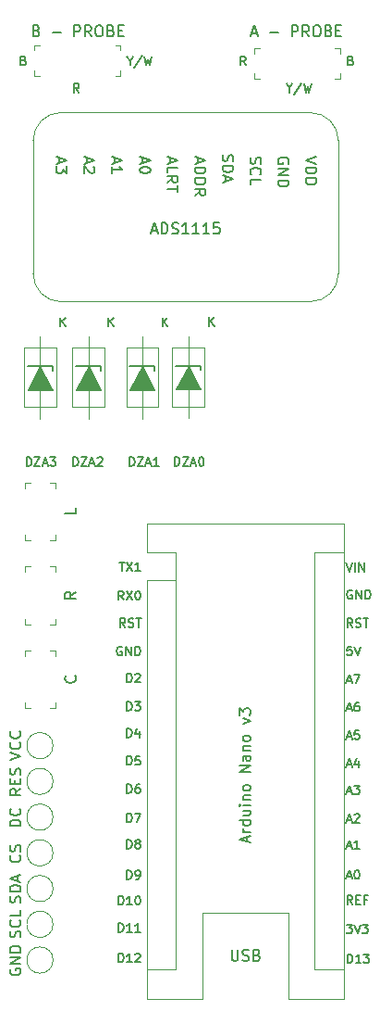
<source format=gto>
%TF.GenerationSoftware,KiCad,Pcbnew,9.0.3*%
%TF.CreationDate,2025-09-22T17:12:55+10:00*%
%TF.ProjectId,BiasMeter_InputProtection_v3,42696173-4d65-4746-9572-5f496e707574,v3*%
%TF.SameCoordinates,Original*%
%TF.FileFunction,Legend,Top*%
%TF.FilePolarity,Positive*%
%FSLAX46Y46*%
G04 Gerber Fmt 4.6, Leading zero omitted, Abs format (unit mm)*
G04 Created by KiCad (PCBNEW 9.0.3) date 2025-09-22 17:12:55*
%MOMM*%
%LPD*%
G01*
G04 APERTURE LIST*
%ADD10C,0.150000*%
%ADD11C,0.120000*%
%ADD12C,0.200000*%
%ADD13C,0.100000*%
G04 APERTURE END LIST*
D10*
X112079874Y-108384295D02*
X112537017Y-108384295D01*
X112308445Y-109184295D02*
X112308445Y-108384295D01*
X112727493Y-108384295D02*
X113260827Y-109184295D01*
X113260827Y-108384295D02*
X112727493Y-109184295D01*
X113984636Y-109184295D02*
X113527493Y-109184295D01*
X113756065Y-109184295D02*
X113756065Y-108384295D01*
X113756065Y-108384295D02*
X113679874Y-108498580D01*
X113679874Y-108498580D02*
X113603684Y-108574771D01*
X113603684Y-108574771D02*
X113527493Y-108612866D01*
X132887969Y-141499295D02*
X133383207Y-141499295D01*
X133383207Y-141499295D02*
X133116541Y-141804057D01*
X133116541Y-141804057D02*
X133230826Y-141804057D01*
X133230826Y-141804057D02*
X133307017Y-141842152D01*
X133307017Y-141842152D02*
X133345112Y-141880247D01*
X133345112Y-141880247D02*
X133383207Y-141956438D01*
X133383207Y-141956438D02*
X133383207Y-142146914D01*
X133383207Y-142146914D02*
X133345112Y-142223104D01*
X133345112Y-142223104D02*
X133307017Y-142261200D01*
X133307017Y-142261200D02*
X133230826Y-142299295D01*
X133230826Y-142299295D02*
X133002255Y-142299295D01*
X133002255Y-142299295D02*
X132926064Y-142261200D01*
X132926064Y-142261200D02*
X132887969Y-142223104D01*
X133611779Y-141499295D02*
X133878446Y-142299295D01*
X133878446Y-142299295D02*
X134145112Y-141499295D01*
X134335588Y-141499295D02*
X134830826Y-141499295D01*
X134830826Y-141499295D02*
X134564160Y-141804057D01*
X134564160Y-141804057D02*
X134678445Y-141804057D01*
X134678445Y-141804057D02*
X134754636Y-141842152D01*
X134754636Y-141842152D02*
X134792731Y-141880247D01*
X134792731Y-141880247D02*
X134830826Y-141956438D01*
X134830826Y-141956438D02*
X134830826Y-142146914D01*
X134830826Y-142146914D02*
X134792731Y-142223104D01*
X134792731Y-142223104D02*
X134754636Y-142261200D01*
X134754636Y-142261200D02*
X134678445Y-142299295D01*
X134678445Y-142299295D02*
X134449874Y-142299295D01*
X134449874Y-142299295D02*
X134373683Y-142261200D01*
X134373683Y-142261200D02*
X134335588Y-142223104D01*
X112765589Y-137333224D02*
X112765589Y-136533224D01*
X112765589Y-136533224D02*
X112956065Y-136533224D01*
X112956065Y-136533224D02*
X113070351Y-136571319D01*
X113070351Y-136571319D02*
X113146541Y-136647509D01*
X113146541Y-136647509D02*
X113184636Y-136723700D01*
X113184636Y-136723700D02*
X113222732Y-136876081D01*
X113222732Y-136876081D02*
X113222732Y-136990367D01*
X113222732Y-136990367D02*
X113184636Y-137142748D01*
X113184636Y-137142748D02*
X113146541Y-137218938D01*
X113146541Y-137218938D02*
X113070351Y-137295129D01*
X113070351Y-137295129D02*
X112956065Y-137333224D01*
X112956065Y-137333224D02*
X112765589Y-137333224D01*
X113603684Y-137333224D02*
X113756065Y-137333224D01*
X113756065Y-137333224D02*
X113832255Y-137295129D01*
X113832255Y-137295129D02*
X113870351Y-137257033D01*
X113870351Y-137257033D02*
X113946541Y-137142748D01*
X113946541Y-137142748D02*
X113984636Y-136990367D01*
X113984636Y-136990367D02*
X113984636Y-136685605D01*
X113984636Y-136685605D02*
X113946541Y-136609414D01*
X113946541Y-136609414D02*
X113908446Y-136571319D01*
X113908446Y-136571319D02*
X113832255Y-136533224D01*
X113832255Y-136533224D02*
X113679874Y-136533224D01*
X113679874Y-136533224D02*
X113603684Y-136571319D01*
X113603684Y-136571319D02*
X113565589Y-136609414D01*
X113565589Y-136609414D02*
X113527493Y-136685605D01*
X113527493Y-136685605D02*
X113527493Y-136876081D01*
X113527493Y-136876081D02*
X113565589Y-136952271D01*
X113565589Y-136952271D02*
X113603684Y-136990367D01*
X113603684Y-136990367D02*
X113679874Y-137028462D01*
X113679874Y-137028462D02*
X113832255Y-137028462D01*
X113832255Y-137028462D02*
X113908446Y-136990367D01*
X113908446Y-136990367D02*
X113946541Y-136952271D01*
X113946541Y-136952271D02*
X113984636Y-136876081D01*
X112003684Y-142169295D02*
X112003684Y-141369295D01*
X112003684Y-141369295D02*
X112194160Y-141369295D01*
X112194160Y-141369295D02*
X112308446Y-141407390D01*
X112308446Y-141407390D02*
X112384636Y-141483580D01*
X112384636Y-141483580D02*
X112422731Y-141559771D01*
X112422731Y-141559771D02*
X112460827Y-141712152D01*
X112460827Y-141712152D02*
X112460827Y-141826438D01*
X112460827Y-141826438D02*
X112422731Y-141978819D01*
X112422731Y-141978819D02*
X112384636Y-142055009D01*
X112384636Y-142055009D02*
X112308446Y-142131200D01*
X112308446Y-142131200D02*
X112194160Y-142169295D01*
X112194160Y-142169295D02*
X112003684Y-142169295D01*
X113222731Y-142169295D02*
X112765588Y-142169295D01*
X112994160Y-142169295D02*
X112994160Y-141369295D01*
X112994160Y-141369295D02*
X112917969Y-141483580D01*
X112917969Y-141483580D02*
X112841779Y-141559771D01*
X112841779Y-141559771D02*
X112765588Y-141597866D01*
X113984636Y-142169295D02*
X113527493Y-142169295D01*
X113756065Y-142169295D02*
X113756065Y-141369295D01*
X113756065Y-141369295D02*
X113679874Y-141483580D01*
X113679874Y-141483580D02*
X113603684Y-141559771D01*
X113603684Y-141559771D02*
X113527493Y-141597866D01*
X112765589Y-132134295D02*
X112765589Y-131334295D01*
X112765589Y-131334295D02*
X112956065Y-131334295D01*
X112956065Y-131334295D02*
X113070351Y-131372390D01*
X113070351Y-131372390D02*
X113146541Y-131448580D01*
X113146541Y-131448580D02*
X113184636Y-131524771D01*
X113184636Y-131524771D02*
X113222732Y-131677152D01*
X113222732Y-131677152D02*
X113222732Y-131791438D01*
X113222732Y-131791438D02*
X113184636Y-131943819D01*
X113184636Y-131943819D02*
X113146541Y-132020009D01*
X113146541Y-132020009D02*
X113070351Y-132096200D01*
X113070351Y-132096200D02*
X112956065Y-132134295D01*
X112956065Y-132134295D02*
X112765589Y-132134295D01*
X113489398Y-131334295D02*
X114022732Y-131334295D01*
X114022732Y-131334295D02*
X113679874Y-132134295D01*
X112613208Y-114299295D02*
X112346541Y-113918342D01*
X112156065Y-114299295D02*
X112156065Y-113499295D01*
X112156065Y-113499295D02*
X112460827Y-113499295D01*
X112460827Y-113499295D02*
X112537017Y-113537390D01*
X112537017Y-113537390D02*
X112575112Y-113575485D01*
X112575112Y-113575485D02*
X112613208Y-113651676D01*
X112613208Y-113651676D02*
X112613208Y-113765961D01*
X112613208Y-113765961D02*
X112575112Y-113842152D01*
X112575112Y-113842152D02*
X112537017Y-113880247D01*
X112537017Y-113880247D02*
X112460827Y-113918342D01*
X112460827Y-113918342D02*
X112156065Y-113918342D01*
X112917969Y-114261200D02*
X113032255Y-114299295D01*
X113032255Y-114299295D02*
X113222731Y-114299295D01*
X113222731Y-114299295D02*
X113298922Y-114261200D01*
X113298922Y-114261200D02*
X113337017Y-114223104D01*
X113337017Y-114223104D02*
X113375112Y-114146914D01*
X113375112Y-114146914D02*
X113375112Y-114070723D01*
X113375112Y-114070723D02*
X113337017Y-113994533D01*
X113337017Y-113994533D02*
X113298922Y-113956438D01*
X113298922Y-113956438D02*
X113222731Y-113918342D01*
X113222731Y-113918342D02*
X113070350Y-113880247D01*
X113070350Y-113880247D02*
X112994160Y-113842152D01*
X112994160Y-113842152D02*
X112956065Y-113804057D01*
X112956065Y-113804057D02*
X112917969Y-113727866D01*
X112917969Y-113727866D02*
X112917969Y-113651676D01*
X112917969Y-113651676D02*
X112956065Y-113575485D01*
X112956065Y-113575485D02*
X112994160Y-113537390D01*
X112994160Y-113537390D02*
X113070350Y-113499295D01*
X113070350Y-113499295D02*
X113260827Y-113499295D01*
X113260827Y-113499295D02*
X113375112Y-113537390D01*
X113603684Y-113499295D02*
X114060827Y-113499295D01*
X113832255Y-114299295D02*
X113832255Y-113499295D01*
X132926064Y-137096794D02*
X133307017Y-137096794D01*
X132849874Y-137325366D02*
X133116541Y-136525366D01*
X133116541Y-136525366D02*
X133383207Y-137325366D01*
X133802255Y-136525366D02*
X133878445Y-136525366D01*
X133878445Y-136525366D02*
X133954636Y-136563461D01*
X133954636Y-136563461D02*
X133992731Y-136601556D01*
X133992731Y-136601556D02*
X134030826Y-136677747D01*
X134030826Y-136677747D02*
X134068921Y-136830128D01*
X134068921Y-136830128D02*
X134068921Y-137020604D01*
X134068921Y-137020604D02*
X134030826Y-137172985D01*
X134030826Y-137172985D02*
X133992731Y-137249175D01*
X133992731Y-137249175D02*
X133954636Y-137287271D01*
X133954636Y-137287271D02*
X133878445Y-137325366D01*
X133878445Y-137325366D02*
X133802255Y-137325366D01*
X133802255Y-137325366D02*
X133726064Y-137287271D01*
X133726064Y-137287271D02*
X133687969Y-137249175D01*
X133687969Y-137249175D02*
X133649874Y-137172985D01*
X133649874Y-137172985D02*
X133611778Y-137020604D01*
X133611778Y-137020604D02*
X133611778Y-136830128D01*
X133611778Y-136830128D02*
X133649874Y-136677747D01*
X133649874Y-136677747D02*
X133687969Y-136601556D01*
X133687969Y-136601556D02*
X133726064Y-136563461D01*
X133726064Y-136563461D02*
X133802255Y-136525366D01*
X112765589Y-119344295D02*
X112765589Y-118544295D01*
X112765589Y-118544295D02*
X112956065Y-118544295D01*
X112956065Y-118544295D02*
X113070351Y-118582390D01*
X113070351Y-118582390D02*
X113146541Y-118658580D01*
X113146541Y-118658580D02*
X113184636Y-118734771D01*
X113184636Y-118734771D02*
X113222732Y-118887152D01*
X113222732Y-118887152D02*
X113222732Y-119001438D01*
X113222732Y-119001438D02*
X113184636Y-119153819D01*
X113184636Y-119153819D02*
X113146541Y-119230009D01*
X113146541Y-119230009D02*
X113070351Y-119306200D01*
X113070351Y-119306200D02*
X112956065Y-119344295D01*
X112956065Y-119344295D02*
X112765589Y-119344295D01*
X113527493Y-118620485D02*
X113565589Y-118582390D01*
X113565589Y-118582390D02*
X113641779Y-118544295D01*
X113641779Y-118544295D02*
X113832255Y-118544295D01*
X113832255Y-118544295D02*
X113908446Y-118582390D01*
X113908446Y-118582390D02*
X113946541Y-118620485D01*
X113946541Y-118620485D02*
X113984636Y-118696676D01*
X113984636Y-118696676D02*
X113984636Y-118772866D01*
X113984636Y-118772866D02*
X113946541Y-118887152D01*
X113946541Y-118887152D02*
X113489398Y-119344295D01*
X113489398Y-119344295D02*
X113984636Y-119344295D01*
X133345112Y-116088224D02*
X132964160Y-116088224D01*
X132964160Y-116088224D02*
X132926064Y-116469176D01*
X132926064Y-116469176D02*
X132964160Y-116431081D01*
X132964160Y-116431081D02*
X133040350Y-116392986D01*
X133040350Y-116392986D02*
X133230826Y-116392986D01*
X133230826Y-116392986D02*
X133307017Y-116431081D01*
X133307017Y-116431081D02*
X133345112Y-116469176D01*
X133345112Y-116469176D02*
X133383207Y-116545367D01*
X133383207Y-116545367D02*
X133383207Y-116735843D01*
X133383207Y-116735843D02*
X133345112Y-116812033D01*
X133345112Y-116812033D02*
X133307017Y-116850129D01*
X133307017Y-116850129D02*
X133230826Y-116888224D01*
X133230826Y-116888224D02*
X133040350Y-116888224D01*
X133040350Y-116888224D02*
X132964160Y-116850129D01*
X132964160Y-116850129D02*
X132926064Y-116812033D01*
X133611779Y-116088224D02*
X133878446Y-116888224D01*
X133878446Y-116888224D02*
X134145112Y-116088224D01*
X133255826Y-62555247D02*
X133370112Y-62593342D01*
X133370112Y-62593342D02*
X133408207Y-62631438D01*
X133408207Y-62631438D02*
X133446303Y-62707628D01*
X133446303Y-62707628D02*
X133446303Y-62821914D01*
X133446303Y-62821914D02*
X133408207Y-62898104D01*
X133408207Y-62898104D02*
X133370112Y-62936200D01*
X133370112Y-62936200D02*
X133293922Y-62974295D01*
X133293922Y-62974295D02*
X132989160Y-62974295D01*
X132989160Y-62974295D02*
X132989160Y-62174295D01*
X132989160Y-62174295D02*
X133255826Y-62174295D01*
X133255826Y-62174295D02*
X133332017Y-62212390D01*
X133332017Y-62212390D02*
X133370112Y-62250485D01*
X133370112Y-62250485D02*
X133408207Y-62326676D01*
X133408207Y-62326676D02*
X133408207Y-62402866D01*
X133408207Y-62402866D02*
X133370112Y-62479057D01*
X133370112Y-62479057D02*
X133332017Y-62517152D01*
X133332017Y-62517152D02*
X133255826Y-62555247D01*
X133255826Y-62555247D02*
X132989160Y-62555247D01*
X132964160Y-144989295D02*
X132964160Y-144189295D01*
X132964160Y-144189295D02*
X133154636Y-144189295D01*
X133154636Y-144189295D02*
X133268922Y-144227390D01*
X133268922Y-144227390D02*
X133345112Y-144303580D01*
X133345112Y-144303580D02*
X133383207Y-144379771D01*
X133383207Y-144379771D02*
X133421303Y-144532152D01*
X133421303Y-144532152D02*
X133421303Y-144646438D01*
X133421303Y-144646438D02*
X133383207Y-144798819D01*
X133383207Y-144798819D02*
X133345112Y-144875009D01*
X133345112Y-144875009D02*
X133268922Y-144951200D01*
X133268922Y-144951200D02*
X133154636Y-144989295D01*
X133154636Y-144989295D02*
X132964160Y-144989295D01*
X134183207Y-144989295D02*
X133726064Y-144989295D01*
X133954636Y-144989295D02*
X133954636Y-144189295D01*
X133954636Y-144189295D02*
X133878445Y-144303580D01*
X133878445Y-144303580D02*
X133802255Y-144379771D01*
X133802255Y-144379771D02*
X133726064Y-144417866D01*
X134449874Y-144189295D02*
X134945112Y-144189295D01*
X134945112Y-144189295D02*
X134678446Y-144494057D01*
X134678446Y-144494057D02*
X134792731Y-144494057D01*
X134792731Y-144494057D02*
X134868922Y-144532152D01*
X134868922Y-144532152D02*
X134907017Y-144570247D01*
X134907017Y-144570247D02*
X134945112Y-144646438D01*
X134945112Y-144646438D02*
X134945112Y-144836914D01*
X134945112Y-144836914D02*
X134907017Y-144913104D01*
X134907017Y-144913104D02*
X134868922Y-144951200D01*
X134868922Y-144951200D02*
X134792731Y-144989295D01*
X134792731Y-144989295D02*
X134564160Y-144989295D01*
X134564160Y-144989295D02*
X134487969Y-144951200D01*
X134487969Y-144951200D02*
X134449874Y-144913104D01*
X112765589Y-134544295D02*
X112765589Y-133744295D01*
X112765589Y-133744295D02*
X112956065Y-133744295D01*
X112956065Y-133744295D02*
X113070351Y-133782390D01*
X113070351Y-133782390D02*
X113146541Y-133858580D01*
X113146541Y-133858580D02*
X113184636Y-133934771D01*
X113184636Y-133934771D02*
X113222732Y-134087152D01*
X113222732Y-134087152D02*
X113222732Y-134201438D01*
X113222732Y-134201438D02*
X113184636Y-134353819D01*
X113184636Y-134353819D02*
X113146541Y-134430009D01*
X113146541Y-134430009D02*
X113070351Y-134506200D01*
X113070351Y-134506200D02*
X112956065Y-134544295D01*
X112956065Y-134544295D02*
X112765589Y-134544295D01*
X113679874Y-134087152D02*
X113603684Y-134049057D01*
X113603684Y-134049057D02*
X113565589Y-134010961D01*
X113565589Y-134010961D02*
X113527493Y-133934771D01*
X113527493Y-133934771D02*
X113527493Y-133896676D01*
X113527493Y-133896676D02*
X113565589Y-133820485D01*
X113565589Y-133820485D02*
X113603684Y-133782390D01*
X113603684Y-133782390D02*
X113679874Y-133744295D01*
X113679874Y-133744295D02*
X113832255Y-133744295D01*
X113832255Y-133744295D02*
X113908446Y-133782390D01*
X113908446Y-133782390D02*
X113946541Y-133820485D01*
X113946541Y-133820485D02*
X113984636Y-133896676D01*
X113984636Y-133896676D02*
X113984636Y-133934771D01*
X113984636Y-133934771D02*
X113946541Y-134010961D01*
X113946541Y-134010961D02*
X113908446Y-134049057D01*
X113908446Y-134049057D02*
X113832255Y-134087152D01*
X113832255Y-134087152D02*
X113679874Y-134087152D01*
X113679874Y-134087152D02*
X113603684Y-134125247D01*
X113603684Y-134125247D02*
X113565589Y-134163342D01*
X113565589Y-134163342D02*
X113527493Y-134239533D01*
X113527493Y-134239533D02*
X113527493Y-134391914D01*
X113527493Y-134391914D02*
X113565589Y-134468104D01*
X113565589Y-134468104D02*
X113603684Y-134506200D01*
X113603684Y-134506200D02*
X113679874Y-134544295D01*
X113679874Y-134544295D02*
X113832255Y-134544295D01*
X113832255Y-134544295D02*
X113908446Y-134506200D01*
X113908446Y-134506200D02*
X113946541Y-134468104D01*
X113946541Y-134468104D02*
X113984636Y-134391914D01*
X113984636Y-134391914D02*
X113984636Y-134239533D01*
X113984636Y-134239533D02*
X113946541Y-134163342D01*
X113946541Y-134163342D02*
X113908446Y-134125247D01*
X113908446Y-134125247D02*
X113832255Y-134087152D01*
X112765589Y-129489295D02*
X112765589Y-128689295D01*
X112765589Y-128689295D02*
X112956065Y-128689295D01*
X112956065Y-128689295D02*
X113070351Y-128727390D01*
X113070351Y-128727390D02*
X113146541Y-128803580D01*
X113146541Y-128803580D02*
X113184636Y-128879771D01*
X113184636Y-128879771D02*
X113222732Y-129032152D01*
X113222732Y-129032152D02*
X113222732Y-129146438D01*
X113222732Y-129146438D02*
X113184636Y-129298819D01*
X113184636Y-129298819D02*
X113146541Y-129375009D01*
X113146541Y-129375009D02*
X113070351Y-129451200D01*
X113070351Y-129451200D02*
X112956065Y-129489295D01*
X112956065Y-129489295D02*
X112765589Y-129489295D01*
X113908446Y-128689295D02*
X113756065Y-128689295D01*
X113756065Y-128689295D02*
X113679874Y-128727390D01*
X113679874Y-128727390D02*
X113641779Y-128765485D01*
X113641779Y-128765485D02*
X113565589Y-128879771D01*
X113565589Y-128879771D02*
X113527493Y-129032152D01*
X113527493Y-129032152D02*
X113527493Y-129336914D01*
X113527493Y-129336914D02*
X113565589Y-129413104D01*
X113565589Y-129413104D02*
X113603684Y-129451200D01*
X113603684Y-129451200D02*
X113679874Y-129489295D01*
X113679874Y-129489295D02*
X113832255Y-129489295D01*
X113832255Y-129489295D02*
X113908446Y-129451200D01*
X113908446Y-129451200D02*
X113946541Y-129413104D01*
X113946541Y-129413104D02*
X113984636Y-129336914D01*
X113984636Y-129336914D02*
X113984636Y-129146438D01*
X113984636Y-129146438D02*
X113946541Y-129070247D01*
X113946541Y-129070247D02*
X113908446Y-129032152D01*
X113908446Y-129032152D02*
X113832255Y-128994057D01*
X113832255Y-128994057D02*
X113679874Y-128994057D01*
X113679874Y-128994057D02*
X113603684Y-129032152D01*
X113603684Y-129032152D02*
X113565589Y-129070247D01*
X113565589Y-129070247D02*
X113527493Y-129146438D01*
X112003684Y-144929295D02*
X112003684Y-144129295D01*
X112003684Y-144129295D02*
X112194160Y-144129295D01*
X112194160Y-144129295D02*
X112308446Y-144167390D01*
X112308446Y-144167390D02*
X112384636Y-144243580D01*
X112384636Y-144243580D02*
X112422731Y-144319771D01*
X112422731Y-144319771D02*
X112460827Y-144472152D01*
X112460827Y-144472152D02*
X112460827Y-144586438D01*
X112460827Y-144586438D02*
X112422731Y-144738819D01*
X112422731Y-144738819D02*
X112384636Y-144815009D01*
X112384636Y-144815009D02*
X112308446Y-144891200D01*
X112308446Y-144891200D02*
X112194160Y-144929295D01*
X112194160Y-144929295D02*
X112003684Y-144929295D01*
X113222731Y-144929295D02*
X112765588Y-144929295D01*
X112994160Y-144929295D02*
X112994160Y-144129295D01*
X112994160Y-144129295D02*
X112917969Y-144243580D01*
X112917969Y-144243580D02*
X112841779Y-144319771D01*
X112841779Y-144319771D02*
X112765588Y-144357866D01*
X113527493Y-144205485D02*
X113565589Y-144167390D01*
X113565589Y-144167390D02*
X113641779Y-144129295D01*
X113641779Y-144129295D02*
X113832255Y-144129295D01*
X113832255Y-144129295D02*
X113908446Y-144167390D01*
X113908446Y-144167390D02*
X113946541Y-144205485D01*
X113946541Y-144205485D02*
X113984636Y-144281676D01*
X113984636Y-144281676D02*
X113984636Y-144357866D01*
X113984636Y-144357866D02*
X113946541Y-144472152D01*
X113946541Y-144472152D02*
X113489398Y-144929295D01*
X113489398Y-144929295D02*
X113984636Y-144929295D01*
X132926064Y-121768937D02*
X133307017Y-121768937D01*
X132849874Y-121997509D02*
X133116541Y-121197509D01*
X133116541Y-121197509D02*
X133383207Y-121997509D01*
X133992731Y-121197509D02*
X133840350Y-121197509D01*
X133840350Y-121197509D02*
X133764159Y-121235604D01*
X133764159Y-121235604D02*
X133726064Y-121273699D01*
X133726064Y-121273699D02*
X133649874Y-121387985D01*
X133649874Y-121387985D02*
X133611778Y-121540366D01*
X133611778Y-121540366D02*
X133611778Y-121845128D01*
X133611778Y-121845128D02*
X133649874Y-121921318D01*
X133649874Y-121921318D02*
X133687969Y-121959414D01*
X133687969Y-121959414D02*
X133764159Y-121997509D01*
X133764159Y-121997509D02*
X133916540Y-121997509D01*
X133916540Y-121997509D02*
X133992731Y-121959414D01*
X133992731Y-121959414D02*
X134030826Y-121921318D01*
X134030826Y-121921318D02*
X134068921Y-121845128D01*
X134068921Y-121845128D02*
X134068921Y-121654652D01*
X134068921Y-121654652D02*
X134030826Y-121578461D01*
X134030826Y-121578461D02*
X133992731Y-121540366D01*
X133992731Y-121540366D02*
X133916540Y-121502271D01*
X133916540Y-121502271D02*
X133764159Y-121502271D01*
X133764159Y-121502271D02*
X133687969Y-121540366D01*
X133687969Y-121540366D02*
X133649874Y-121578461D01*
X133649874Y-121578461D02*
X133611778Y-121654652D01*
X132926064Y-129355723D02*
X133307017Y-129355723D01*
X132849874Y-129584295D02*
X133116541Y-128784295D01*
X133116541Y-128784295D02*
X133383207Y-129584295D01*
X133573683Y-128784295D02*
X134068921Y-128784295D01*
X134068921Y-128784295D02*
X133802255Y-129089057D01*
X133802255Y-129089057D02*
X133916540Y-129089057D01*
X133916540Y-129089057D02*
X133992731Y-129127152D01*
X133992731Y-129127152D02*
X134030826Y-129165247D01*
X134030826Y-129165247D02*
X134068921Y-129241438D01*
X134068921Y-129241438D02*
X134068921Y-129431914D01*
X134068921Y-129431914D02*
X134030826Y-129508104D01*
X134030826Y-129508104D02*
X133992731Y-129546200D01*
X133992731Y-129546200D02*
X133916540Y-129584295D01*
X133916540Y-129584295D02*
X133687969Y-129584295D01*
X133687969Y-129584295D02*
X133611778Y-129546200D01*
X133611778Y-129546200D02*
X133573683Y-129508104D01*
X123646303Y-62974295D02*
X123379636Y-62593342D01*
X123189160Y-62974295D02*
X123189160Y-62174295D01*
X123189160Y-62174295D02*
X123493922Y-62174295D01*
X123493922Y-62174295D02*
X123570112Y-62212390D01*
X123570112Y-62212390D02*
X123608207Y-62250485D01*
X123608207Y-62250485D02*
X123646303Y-62326676D01*
X123646303Y-62326676D02*
X123646303Y-62440961D01*
X123646303Y-62440961D02*
X123608207Y-62517152D01*
X123608207Y-62517152D02*
X123570112Y-62555247D01*
X123570112Y-62555247D02*
X123493922Y-62593342D01*
X123493922Y-62593342D02*
X123189160Y-62593342D01*
X133383207Y-110987390D02*
X133307017Y-110949295D01*
X133307017Y-110949295D02*
X133192731Y-110949295D01*
X133192731Y-110949295D02*
X133078445Y-110987390D01*
X133078445Y-110987390D02*
X133002255Y-111063580D01*
X133002255Y-111063580D02*
X132964160Y-111139771D01*
X132964160Y-111139771D02*
X132926064Y-111292152D01*
X132926064Y-111292152D02*
X132926064Y-111406438D01*
X132926064Y-111406438D02*
X132964160Y-111558819D01*
X132964160Y-111558819D02*
X133002255Y-111635009D01*
X133002255Y-111635009D02*
X133078445Y-111711200D01*
X133078445Y-111711200D02*
X133192731Y-111749295D01*
X133192731Y-111749295D02*
X133268922Y-111749295D01*
X133268922Y-111749295D02*
X133383207Y-111711200D01*
X133383207Y-111711200D02*
X133421303Y-111673104D01*
X133421303Y-111673104D02*
X133421303Y-111406438D01*
X133421303Y-111406438D02*
X133268922Y-111406438D01*
X133764160Y-111749295D02*
X133764160Y-110949295D01*
X133764160Y-110949295D02*
X134221303Y-111749295D01*
X134221303Y-111749295D02*
X134221303Y-110949295D01*
X134602255Y-111749295D02*
X134602255Y-110949295D01*
X134602255Y-110949295D02*
X134792731Y-110949295D01*
X134792731Y-110949295D02*
X134907017Y-110987390D01*
X134907017Y-110987390D02*
X134983207Y-111063580D01*
X134983207Y-111063580D02*
X135021302Y-111139771D01*
X135021302Y-111139771D02*
X135059398Y-111292152D01*
X135059398Y-111292152D02*
X135059398Y-111406438D01*
X135059398Y-111406438D02*
X135021302Y-111558819D01*
X135021302Y-111558819D02*
X134983207Y-111635009D01*
X134983207Y-111635009D02*
X134907017Y-111711200D01*
X134907017Y-111711200D02*
X134792731Y-111749295D01*
X134792731Y-111749295D02*
X134602255Y-111749295D01*
X132926064Y-124323580D02*
X133307017Y-124323580D01*
X132849874Y-124552152D02*
X133116541Y-123752152D01*
X133116541Y-123752152D02*
X133383207Y-124552152D01*
X134030826Y-123752152D02*
X133649874Y-123752152D01*
X133649874Y-123752152D02*
X133611778Y-124133104D01*
X133611778Y-124133104D02*
X133649874Y-124095009D01*
X133649874Y-124095009D02*
X133726064Y-124056914D01*
X133726064Y-124056914D02*
X133916540Y-124056914D01*
X133916540Y-124056914D02*
X133992731Y-124095009D01*
X133992731Y-124095009D02*
X134030826Y-124133104D01*
X134030826Y-124133104D02*
X134068921Y-124209295D01*
X134068921Y-124209295D02*
X134068921Y-124399771D01*
X134068921Y-124399771D02*
X134030826Y-124475961D01*
X134030826Y-124475961D02*
X133992731Y-124514057D01*
X133992731Y-124514057D02*
X133916540Y-124552152D01*
X133916540Y-124552152D02*
X133726064Y-124552152D01*
X133726064Y-124552152D02*
X133649874Y-124514057D01*
X133649874Y-124514057D02*
X133611778Y-124475961D01*
X112308446Y-116147390D02*
X112232256Y-116109295D01*
X112232256Y-116109295D02*
X112117970Y-116109295D01*
X112117970Y-116109295D02*
X112003684Y-116147390D01*
X112003684Y-116147390D02*
X111927494Y-116223580D01*
X111927494Y-116223580D02*
X111889399Y-116299771D01*
X111889399Y-116299771D02*
X111851303Y-116452152D01*
X111851303Y-116452152D02*
X111851303Y-116566438D01*
X111851303Y-116566438D02*
X111889399Y-116718819D01*
X111889399Y-116718819D02*
X111927494Y-116795009D01*
X111927494Y-116795009D02*
X112003684Y-116871200D01*
X112003684Y-116871200D02*
X112117970Y-116909295D01*
X112117970Y-116909295D02*
X112194161Y-116909295D01*
X112194161Y-116909295D02*
X112308446Y-116871200D01*
X112308446Y-116871200D02*
X112346542Y-116833104D01*
X112346542Y-116833104D02*
X112346542Y-116566438D01*
X112346542Y-116566438D02*
X112194161Y-116566438D01*
X112689399Y-116909295D02*
X112689399Y-116109295D01*
X112689399Y-116109295D02*
X113146542Y-116909295D01*
X113146542Y-116909295D02*
X113146542Y-116109295D01*
X113527494Y-116909295D02*
X113527494Y-116109295D01*
X113527494Y-116109295D02*
X113717970Y-116109295D01*
X113717970Y-116109295D02*
X113832256Y-116147390D01*
X113832256Y-116147390D02*
X113908446Y-116223580D01*
X113908446Y-116223580D02*
X113946541Y-116299771D01*
X113946541Y-116299771D02*
X113984637Y-116452152D01*
X113984637Y-116452152D02*
X113984637Y-116566438D01*
X113984637Y-116566438D02*
X113946541Y-116718819D01*
X113946541Y-116718819D02*
X113908446Y-116795009D01*
X113908446Y-116795009D02*
X113832256Y-116871200D01*
X113832256Y-116871200D02*
X113717970Y-116909295D01*
X113717970Y-116909295D02*
X113527494Y-116909295D01*
X132849874Y-108419295D02*
X133116541Y-109219295D01*
X133116541Y-109219295D02*
X133383207Y-108419295D01*
X133649874Y-109219295D02*
X133649874Y-108419295D01*
X134030826Y-109219295D02*
X134030826Y-108419295D01*
X134030826Y-108419295D02*
X134487969Y-109219295D01*
X134487969Y-109219295D02*
X134487969Y-108419295D01*
X132926064Y-126878223D02*
X133307017Y-126878223D01*
X132849874Y-127106795D02*
X133116541Y-126306795D01*
X133116541Y-126306795D02*
X133383207Y-127106795D01*
X133992731Y-126573461D02*
X133992731Y-127106795D01*
X133802255Y-126268700D02*
X133611778Y-126840128D01*
X133611778Y-126840128D02*
X134107017Y-126840128D01*
X112765589Y-126909295D02*
X112765589Y-126109295D01*
X112765589Y-126109295D02*
X112956065Y-126109295D01*
X112956065Y-126109295D02*
X113070351Y-126147390D01*
X113070351Y-126147390D02*
X113146541Y-126223580D01*
X113146541Y-126223580D02*
X113184636Y-126299771D01*
X113184636Y-126299771D02*
X113222732Y-126452152D01*
X113222732Y-126452152D02*
X113222732Y-126566438D01*
X113222732Y-126566438D02*
X113184636Y-126718819D01*
X113184636Y-126718819D02*
X113146541Y-126795009D01*
X113146541Y-126795009D02*
X113070351Y-126871200D01*
X113070351Y-126871200D02*
X112956065Y-126909295D01*
X112956065Y-126909295D02*
X112765589Y-126909295D01*
X113946541Y-126109295D02*
X113565589Y-126109295D01*
X113565589Y-126109295D02*
X113527493Y-126490247D01*
X113527493Y-126490247D02*
X113565589Y-126452152D01*
X113565589Y-126452152D02*
X113641779Y-126414057D01*
X113641779Y-126414057D02*
X113832255Y-126414057D01*
X113832255Y-126414057D02*
X113908446Y-126452152D01*
X113908446Y-126452152D02*
X113946541Y-126490247D01*
X113946541Y-126490247D02*
X113984636Y-126566438D01*
X113984636Y-126566438D02*
X113984636Y-126756914D01*
X113984636Y-126756914D02*
X113946541Y-126833104D01*
X113946541Y-126833104D02*
X113908446Y-126871200D01*
X113908446Y-126871200D02*
X113832255Y-126909295D01*
X113832255Y-126909295D02*
X113641779Y-126909295D01*
X113641779Y-126909295D02*
X113565589Y-126871200D01*
X113565589Y-126871200D02*
X113527493Y-126833104D01*
X103315826Y-62555247D02*
X103430112Y-62593342D01*
X103430112Y-62593342D02*
X103468207Y-62631438D01*
X103468207Y-62631438D02*
X103506303Y-62707628D01*
X103506303Y-62707628D02*
X103506303Y-62821914D01*
X103506303Y-62821914D02*
X103468207Y-62898104D01*
X103468207Y-62898104D02*
X103430112Y-62936200D01*
X103430112Y-62936200D02*
X103353922Y-62974295D01*
X103353922Y-62974295D02*
X103049160Y-62974295D01*
X103049160Y-62974295D02*
X103049160Y-62174295D01*
X103049160Y-62174295D02*
X103315826Y-62174295D01*
X103315826Y-62174295D02*
X103392017Y-62212390D01*
X103392017Y-62212390D02*
X103430112Y-62250485D01*
X103430112Y-62250485D02*
X103468207Y-62326676D01*
X103468207Y-62326676D02*
X103468207Y-62402866D01*
X103468207Y-62402866D02*
X103430112Y-62479057D01*
X103430112Y-62479057D02*
X103392017Y-62517152D01*
X103392017Y-62517152D02*
X103315826Y-62555247D01*
X103315826Y-62555247D02*
X103049160Y-62555247D01*
X112003684Y-139689295D02*
X112003684Y-138889295D01*
X112003684Y-138889295D02*
X112194160Y-138889295D01*
X112194160Y-138889295D02*
X112308446Y-138927390D01*
X112308446Y-138927390D02*
X112384636Y-139003580D01*
X112384636Y-139003580D02*
X112422731Y-139079771D01*
X112422731Y-139079771D02*
X112460827Y-139232152D01*
X112460827Y-139232152D02*
X112460827Y-139346438D01*
X112460827Y-139346438D02*
X112422731Y-139498819D01*
X112422731Y-139498819D02*
X112384636Y-139575009D01*
X112384636Y-139575009D02*
X112308446Y-139651200D01*
X112308446Y-139651200D02*
X112194160Y-139689295D01*
X112194160Y-139689295D02*
X112003684Y-139689295D01*
X113222731Y-139689295D02*
X112765588Y-139689295D01*
X112994160Y-139689295D02*
X112994160Y-138889295D01*
X112994160Y-138889295D02*
X112917969Y-139003580D01*
X112917969Y-139003580D02*
X112841779Y-139079771D01*
X112841779Y-139079771D02*
X112765588Y-139117866D01*
X113717970Y-138889295D02*
X113794160Y-138889295D01*
X113794160Y-138889295D02*
X113870351Y-138927390D01*
X113870351Y-138927390D02*
X113908446Y-138965485D01*
X113908446Y-138965485D02*
X113946541Y-139041676D01*
X113946541Y-139041676D02*
X113984636Y-139194057D01*
X113984636Y-139194057D02*
X113984636Y-139384533D01*
X113984636Y-139384533D02*
X113946541Y-139536914D01*
X113946541Y-139536914D02*
X113908446Y-139613104D01*
X113908446Y-139613104D02*
X113870351Y-139651200D01*
X113870351Y-139651200D02*
X113794160Y-139689295D01*
X113794160Y-139689295D02*
X113717970Y-139689295D01*
X113717970Y-139689295D02*
X113641779Y-139651200D01*
X113641779Y-139651200D02*
X113603684Y-139613104D01*
X113603684Y-139613104D02*
X113565589Y-139536914D01*
X113565589Y-139536914D02*
X113527493Y-139384533D01*
X113527493Y-139384533D02*
X113527493Y-139194057D01*
X113527493Y-139194057D02*
X113565589Y-139041676D01*
X113565589Y-139041676D02*
X113603684Y-138965485D01*
X113603684Y-138965485D02*
X113641779Y-138927390D01*
X113641779Y-138927390D02*
X113717970Y-138889295D01*
X133421303Y-114333581D02*
X133154636Y-113952628D01*
X132964160Y-114333581D02*
X132964160Y-113533581D01*
X132964160Y-113533581D02*
X133268922Y-113533581D01*
X133268922Y-113533581D02*
X133345112Y-113571676D01*
X133345112Y-113571676D02*
X133383207Y-113609771D01*
X133383207Y-113609771D02*
X133421303Y-113685962D01*
X133421303Y-113685962D02*
X133421303Y-113800247D01*
X133421303Y-113800247D02*
X133383207Y-113876438D01*
X133383207Y-113876438D02*
X133345112Y-113914533D01*
X133345112Y-113914533D02*
X133268922Y-113952628D01*
X133268922Y-113952628D02*
X132964160Y-113952628D01*
X133726064Y-114295486D02*
X133840350Y-114333581D01*
X133840350Y-114333581D02*
X134030826Y-114333581D01*
X134030826Y-114333581D02*
X134107017Y-114295486D01*
X134107017Y-114295486D02*
X134145112Y-114257390D01*
X134145112Y-114257390D02*
X134183207Y-114181200D01*
X134183207Y-114181200D02*
X134183207Y-114105009D01*
X134183207Y-114105009D02*
X134145112Y-114028819D01*
X134145112Y-114028819D02*
X134107017Y-113990724D01*
X134107017Y-113990724D02*
X134030826Y-113952628D01*
X134030826Y-113952628D02*
X133878445Y-113914533D01*
X133878445Y-113914533D02*
X133802255Y-113876438D01*
X133802255Y-113876438D02*
X133764160Y-113838343D01*
X133764160Y-113838343D02*
X133726064Y-113762152D01*
X133726064Y-113762152D02*
X133726064Y-113685962D01*
X133726064Y-113685962D02*
X133764160Y-113609771D01*
X133764160Y-113609771D02*
X133802255Y-113571676D01*
X133802255Y-113571676D02*
X133878445Y-113533581D01*
X133878445Y-113533581D02*
X134068922Y-113533581D01*
X134068922Y-113533581D02*
X134183207Y-113571676D01*
X134411779Y-113533581D02*
X134868922Y-113533581D01*
X134640350Y-114333581D02*
X134640350Y-113533581D01*
X132926064Y-131935723D02*
X133307017Y-131935723D01*
X132849874Y-132164295D02*
X133116541Y-131364295D01*
X133116541Y-131364295D02*
X133383207Y-132164295D01*
X133611778Y-131440485D02*
X133649874Y-131402390D01*
X133649874Y-131402390D02*
X133726064Y-131364295D01*
X133726064Y-131364295D02*
X133916540Y-131364295D01*
X133916540Y-131364295D02*
X133992731Y-131402390D01*
X133992731Y-131402390D02*
X134030826Y-131440485D01*
X134030826Y-131440485D02*
X134068921Y-131516676D01*
X134068921Y-131516676D02*
X134068921Y-131592866D01*
X134068921Y-131592866D02*
X134030826Y-131707152D01*
X134030826Y-131707152D02*
X133573683Y-132164295D01*
X133573683Y-132164295D02*
X134068921Y-132164295D01*
X127666541Y-65083342D02*
X127666541Y-65464295D01*
X127399874Y-64664295D02*
X127666541Y-65083342D01*
X127666541Y-65083342D02*
X127933207Y-64664295D01*
X128771302Y-64626200D02*
X128085588Y-65654771D01*
X128961778Y-64664295D02*
X129152254Y-65464295D01*
X129152254Y-65464295D02*
X129304635Y-64892866D01*
X129304635Y-64892866D02*
X129457016Y-65464295D01*
X129457016Y-65464295D02*
X129647493Y-64664295D01*
X112765589Y-121949295D02*
X112765589Y-121149295D01*
X112765589Y-121149295D02*
X112956065Y-121149295D01*
X112956065Y-121149295D02*
X113070351Y-121187390D01*
X113070351Y-121187390D02*
X113146541Y-121263580D01*
X113146541Y-121263580D02*
X113184636Y-121339771D01*
X113184636Y-121339771D02*
X113222732Y-121492152D01*
X113222732Y-121492152D02*
X113222732Y-121606438D01*
X113222732Y-121606438D02*
X113184636Y-121758819D01*
X113184636Y-121758819D02*
X113146541Y-121835009D01*
X113146541Y-121835009D02*
X113070351Y-121911200D01*
X113070351Y-121911200D02*
X112956065Y-121949295D01*
X112956065Y-121949295D02*
X112765589Y-121949295D01*
X113489398Y-121149295D02*
X113984636Y-121149295D01*
X113984636Y-121149295D02*
X113717970Y-121454057D01*
X113717970Y-121454057D02*
X113832255Y-121454057D01*
X113832255Y-121454057D02*
X113908446Y-121492152D01*
X113908446Y-121492152D02*
X113946541Y-121530247D01*
X113946541Y-121530247D02*
X113984636Y-121606438D01*
X113984636Y-121606438D02*
X113984636Y-121796914D01*
X113984636Y-121796914D02*
X113946541Y-121873104D01*
X113946541Y-121873104D02*
X113908446Y-121911200D01*
X113908446Y-121911200D02*
X113832255Y-121949295D01*
X113832255Y-121949295D02*
X113603684Y-121949295D01*
X113603684Y-121949295D02*
X113527493Y-121911200D01*
X113527493Y-121911200D02*
X113489398Y-121873104D01*
X112765589Y-124374295D02*
X112765589Y-123574295D01*
X112765589Y-123574295D02*
X112956065Y-123574295D01*
X112956065Y-123574295D02*
X113070351Y-123612390D01*
X113070351Y-123612390D02*
X113146541Y-123688580D01*
X113146541Y-123688580D02*
X113184636Y-123764771D01*
X113184636Y-123764771D02*
X113222732Y-123917152D01*
X113222732Y-123917152D02*
X113222732Y-124031438D01*
X113222732Y-124031438D02*
X113184636Y-124183819D01*
X113184636Y-124183819D02*
X113146541Y-124260009D01*
X113146541Y-124260009D02*
X113070351Y-124336200D01*
X113070351Y-124336200D02*
X112956065Y-124374295D01*
X112956065Y-124374295D02*
X112765589Y-124374295D01*
X113908446Y-123840961D02*
X113908446Y-124374295D01*
X113717970Y-123536200D02*
X113527493Y-124107628D01*
X113527493Y-124107628D02*
X114022732Y-124107628D01*
X108381303Y-65464295D02*
X108114636Y-65083342D01*
X107924160Y-65464295D02*
X107924160Y-64664295D01*
X107924160Y-64664295D02*
X108228922Y-64664295D01*
X108228922Y-64664295D02*
X108305112Y-64702390D01*
X108305112Y-64702390D02*
X108343207Y-64740485D01*
X108343207Y-64740485D02*
X108381303Y-64816676D01*
X108381303Y-64816676D02*
X108381303Y-64930961D01*
X108381303Y-64930961D02*
X108343207Y-65007152D01*
X108343207Y-65007152D02*
X108305112Y-65045247D01*
X108305112Y-65045247D02*
X108228922Y-65083342D01*
X108228922Y-65083342D02*
X107924160Y-65083342D01*
X113041541Y-62593342D02*
X113041541Y-62974295D01*
X112774874Y-62174295D02*
X113041541Y-62593342D01*
X113041541Y-62593342D02*
X113308207Y-62174295D01*
X114146302Y-62136200D02*
X113460588Y-63164771D01*
X114336778Y-62174295D02*
X114527254Y-62974295D01*
X114527254Y-62974295D02*
X114679635Y-62402866D01*
X114679635Y-62402866D02*
X114832016Y-62974295D01*
X114832016Y-62974295D02*
X115022493Y-62174295D01*
X132926064Y-134345723D02*
X133307017Y-134345723D01*
X132849874Y-134574295D02*
X133116541Y-133774295D01*
X133116541Y-133774295D02*
X133383207Y-134574295D01*
X134068921Y-134574295D02*
X133611778Y-134574295D01*
X133840350Y-134574295D02*
X133840350Y-133774295D01*
X133840350Y-133774295D02*
X133764159Y-133888580D01*
X133764159Y-133888580D02*
X133687969Y-133964771D01*
X133687969Y-133964771D02*
X133611778Y-134002866D01*
X132926064Y-119214294D02*
X133307017Y-119214294D01*
X132849874Y-119442866D02*
X133116541Y-118642866D01*
X133116541Y-118642866D02*
X133383207Y-119442866D01*
X133573683Y-118642866D02*
X134107017Y-118642866D01*
X134107017Y-118642866D02*
X133764159Y-119442866D01*
X133421303Y-139639295D02*
X133154636Y-139258342D01*
X132964160Y-139639295D02*
X132964160Y-138839295D01*
X132964160Y-138839295D02*
X133268922Y-138839295D01*
X133268922Y-138839295D02*
X133345112Y-138877390D01*
X133345112Y-138877390D02*
X133383207Y-138915485D01*
X133383207Y-138915485D02*
X133421303Y-138991676D01*
X133421303Y-138991676D02*
X133421303Y-139105961D01*
X133421303Y-139105961D02*
X133383207Y-139182152D01*
X133383207Y-139182152D02*
X133345112Y-139220247D01*
X133345112Y-139220247D02*
X133268922Y-139258342D01*
X133268922Y-139258342D02*
X132964160Y-139258342D01*
X133764160Y-139220247D02*
X134030826Y-139220247D01*
X134145112Y-139639295D02*
X133764160Y-139639295D01*
X133764160Y-139639295D02*
X133764160Y-138839295D01*
X133764160Y-138839295D02*
X134145112Y-138839295D01*
X134754636Y-139220247D02*
X134487970Y-139220247D01*
X134487970Y-139639295D02*
X134487970Y-138839295D01*
X134487970Y-138839295D02*
X134868922Y-138839295D01*
X112460827Y-111814295D02*
X112194160Y-111433342D01*
X112003684Y-111814295D02*
X112003684Y-111014295D01*
X112003684Y-111014295D02*
X112308446Y-111014295D01*
X112308446Y-111014295D02*
X112384636Y-111052390D01*
X112384636Y-111052390D02*
X112422731Y-111090485D01*
X112422731Y-111090485D02*
X112460827Y-111166676D01*
X112460827Y-111166676D02*
X112460827Y-111280961D01*
X112460827Y-111280961D02*
X112422731Y-111357152D01*
X112422731Y-111357152D02*
X112384636Y-111395247D01*
X112384636Y-111395247D02*
X112308446Y-111433342D01*
X112308446Y-111433342D02*
X112003684Y-111433342D01*
X112727493Y-111014295D02*
X113260827Y-111814295D01*
X113260827Y-111014295D02*
X112727493Y-111814295D01*
X113717970Y-111014295D02*
X113794160Y-111014295D01*
X113794160Y-111014295D02*
X113870351Y-111052390D01*
X113870351Y-111052390D02*
X113908446Y-111090485D01*
X113908446Y-111090485D02*
X113946541Y-111166676D01*
X113946541Y-111166676D02*
X113984636Y-111319057D01*
X113984636Y-111319057D02*
X113984636Y-111509533D01*
X113984636Y-111509533D02*
X113946541Y-111661914D01*
X113946541Y-111661914D02*
X113908446Y-111738104D01*
X113908446Y-111738104D02*
X113870351Y-111776200D01*
X113870351Y-111776200D02*
X113794160Y-111814295D01*
X113794160Y-111814295D02*
X113717970Y-111814295D01*
X113717970Y-111814295D02*
X113641779Y-111776200D01*
X113641779Y-111776200D02*
X113603684Y-111738104D01*
X113603684Y-111738104D02*
X113565589Y-111661914D01*
X113565589Y-111661914D02*
X113527493Y-111509533D01*
X113527493Y-111509533D02*
X113527493Y-111319057D01*
X113527493Y-111319057D02*
X113565589Y-111166676D01*
X113565589Y-111166676D02*
X113603684Y-111090485D01*
X113603684Y-111090485D02*
X113641779Y-111052390D01*
X113641779Y-111052390D02*
X113717970Y-111014295D01*
X117145714Y-99572295D02*
X117145714Y-98772295D01*
X117145714Y-98772295D02*
X117336190Y-98772295D01*
X117336190Y-98772295D02*
X117450476Y-98810390D01*
X117450476Y-98810390D02*
X117526666Y-98886580D01*
X117526666Y-98886580D02*
X117564761Y-98962771D01*
X117564761Y-98962771D02*
X117602857Y-99115152D01*
X117602857Y-99115152D02*
X117602857Y-99229438D01*
X117602857Y-99229438D02*
X117564761Y-99381819D01*
X117564761Y-99381819D02*
X117526666Y-99458009D01*
X117526666Y-99458009D02*
X117450476Y-99534200D01*
X117450476Y-99534200D02*
X117336190Y-99572295D01*
X117336190Y-99572295D02*
X117145714Y-99572295D01*
X117869523Y-98772295D02*
X118402857Y-98772295D01*
X118402857Y-98772295D02*
X117869523Y-99572295D01*
X117869523Y-99572295D02*
X118402857Y-99572295D01*
X118669523Y-99343723D02*
X119050476Y-99343723D01*
X118593333Y-99572295D02*
X118860000Y-98772295D01*
X118860000Y-98772295D02*
X119126666Y-99572295D01*
X119545714Y-98772295D02*
X119621904Y-98772295D01*
X119621904Y-98772295D02*
X119698095Y-98810390D01*
X119698095Y-98810390D02*
X119736190Y-98848485D01*
X119736190Y-98848485D02*
X119774285Y-98924676D01*
X119774285Y-98924676D02*
X119812380Y-99077057D01*
X119812380Y-99077057D02*
X119812380Y-99267533D01*
X119812380Y-99267533D02*
X119774285Y-99419914D01*
X119774285Y-99419914D02*
X119736190Y-99496104D01*
X119736190Y-99496104D02*
X119698095Y-99534200D01*
X119698095Y-99534200D02*
X119621904Y-99572295D01*
X119621904Y-99572295D02*
X119545714Y-99572295D01*
X119545714Y-99572295D02*
X119469523Y-99534200D01*
X119469523Y-99534200D02*
X119431428Y-99496104D01*
X119431428Y-99496104D02*
X119393333Y-99419914D01*
X119393333Y-99419914D02*
X119355237Y-99267533D01*
X119355237Y-99267533D02*
X119355237Y-99077057D01*
X119355237Y-99077057D02*
X119393333Y-98924676D01*
X119393333Y-98924676D02*
X119431428Y-98848485D01*
X119431428Y-98848485D02*
X119469523Y-98810390D01*
X119469523Y-98810390D02*
X119545714Y-98772295D01*
X120290476Y-86812295D02*
X120290476Y-86012295D01*
X120747619Y-86812295D02*
X120404761Y-86355152D01*
X120747619Y-86012295D02*
X120290476Y-86469438D01*
X103049819Y-129074047D02*
X102573628Y-129407380D01*
X103049819Y-129645475D02*
X102049819Y-129645475D01*
X102049819Y-129645475D02*
X102049819Y-129264523D01*
X102049819Y-129264523D02*
X102097438Y-129169285D01*
X102097438Y-129169285D02*
X102145057Y-129121666D01*
X102145057Y-129121666D02*
X102240295Y-129074047D01*
X102240295Y-129074047D02*
X102383152Y-129074047D01*
X102383152Y-129074047D02*
X102478390Y-129121666D01*
X102478390Y-129121666D02*
X102526009Y-129169285D01*
X102526009Y-129169285D02*
X102573628Y-129264523D01*
X102573628Y-129264523D02*
X102573628Y-129645475D01*
X102526009Y-128645475D02*
X102526009Y-128312142D01*
X103049819Y-128169285D02*
X103049819Y-128645475D01*
X103049819Y-128645475D02*
X102049819Y-128645475D01*
X102049819Y-128645475D02*
X102049819Y-128169285D01*
X103002200Y-127788332D02*
X103049819Y-127645475D01*
X103049819Y-127645475D02*
X103049819Y-127407380D01*
X103049819Y-127407380D02*
X103002200Y-127312142D01*
X103002200Y-127312142D02*
X102954580Y-127264523D01*
X102954580Y-127264523D02*
X102859342Y-127216904D01*
X102859342Y-127216904D02*
X102764104Y-127216904D01*
X102764104Y-127216904D02*
X102668866Y-127264523D01*
X102668866Y-127264523D02*
X102621247Y-127312142D01*
X102621247Y-127312142D02*
X102573628Y-127407380D01*
X102573628Y-127407380D02*
X102526009Y-127597856D01*
X102526009Y-127597856D02*
X102478390Y-127693094D01*
X102478390Y-127693094D02*
X102430771Y-127740713D01*
X102430771Y-127740713D02*
X102335533Y-127788332D01*
X102335533Y-127788332D02*
X102240295Y-127788332D01*
X102240295Y-127788332D02*
X102145057Y-127740713D01*
X102145057Y-127740713D02*
X102097438Y-127693094D01*
X102097438Y-127693094D02*
X102049819Y-127597856D01*
X102049819Y-127597856D02*
X102049819Y-127359761D01*
X102049819Y-127359761D02*
X102097438Y-127216904D01*
X108094819Y-111105476D02*
X107618628Y-111438809D01*
X108094819Y-111676904D02*
X107094819Y-111676904D01*
X107094819Y-111676904D02*
X107094819Y-111295952D01*
X107094819Y-111295952D02*
X107142438Y-111200714D01*
X107142438Y-111200714D02*
X107190057Y-111153095D01*
X107190057Y-111153095D02*
X107285295Y-111105476D01*
X107285295Y-111105476D02*
X107428152Y-111105476D01*
X107428152Y-111105476D02*
X107523390Y-111153095D01*
X107523390Y-111153095D02*
X107571009Y-111200714D01*
X107571009Y-111200714D02*
X107618628Y-111295952D01*
X107618628Y-111295952D02*
X107618628Y-111676904D01*
X107999580Y-118770476D02*
X108047200Y-118818095D01*
X108047200Y-118818095D02*
X108094819Y-118960952D01*
X108094819Y-118960952D02*
X108094819Y-119056190D01*
X108094819Y-119056190D02*
X108047200Y-119199047D01*
X108047200Y-119199047D02*
X107951961Y-119294285D01*
X107951961Y-119294285D02*
X107856723Y-119341904D01*
X107856723Y-119341904D02*
X107666247Y-119389523D01*
X107666247Y-119389523D02*
X107523390Y-119389523D01*
X107523390Y-119389523D02*
X107332914Y-119341904D01*
X107332914Y-119341904D02*
X107237676Y-119294285D01*
X107237676Y-119294285D02*
X107142438Y-119199047D01*
X107142438Y-119199047D02*
X107094819Y-119056190D01*
X107094819Y-119056190D02*
X107094819Y-118960952D01*
X107094819Y-118960952D02*
X107142438Y-118818095D01*
X107142438Y-118818095D02*
X107190057Y-118770476D01*
X103565714Y-99602295D02*
X103565714Y-98802295D01*
X103565714Y-98802295D02*
X103756190Y-98802295D01*
X103756190Y-98802295D02*
X103870476Y-98840390D01*
X103870476Y-98840390D02*
X103946666Y-98916580D01*
X103946666Y-98916580D02*
X103984761Y-98992771D01*
X103984761Y-98992771D02*
X104022857Y-99145152D01*
X104022857Y-99145152D02*
X104022857Y-99259438D01*
X104022857Y-99259438D02*
X103984761Y-99411819D01*
X103984761Y-99411819D02*
X103946666Y-99488009D01*
X103946666Y-99488009D02*
X103870476Y-99564200D01*
X103870476Y-99564200D02*
X103756190Y-99602295D01*
X103756190Y-99602295D02*
X103565714Y-99602295D01*
X104289523Y-98802295D02*
X104822857Y-98802295D01*
X104822857Y-98802295D02*
X104289523Y-99602295D01*
X104289523Y-99602295D02*
X104822857Y-99602295D01*
X105089523Y-99373723D02*
X105470476Y-99373723D01*
X105013333Y-99602295D02*
X105280000Y-98802295D01*
X105280000Y-98802295D02*
X105546666Y-99602295D01*
X105737142Y-98802295D02*
X106232380Y-98802295D01*
X106232380Y-98802295D02*
X105965714Y-99107057D01*
X105965714Y-99107057D02*
X106079999Y-99107057D01*
X106079999Y-99107057D02*
X106156190Y-99145152D01*
X106156190Y-99145152D02*
X106194285Y-99183247D01*
X106194285Y-99183247D02*
X106232380Y-99259438D01*
X106232380Y-99259438D02*
X106232380Y-99449914D01*
X106232380Y-99449914D02*
X106194285Y-99526104D01*
X106194285Y-99526104D02*
X106156190Y-99564200D01*
X106156190Y-99564200D02*
X106079999Y-99602295D01*
X106079999Y-99602295D02*
X105851428Y-99602295D01*
X105851428Y-99602295D02*
X105775237Y-99564200D01*
X105775237Y-99564200D02*
X105737142Y-99526104D01*
X106690476Y-86842295D02*
X106690476Y-86042295D01*
X107147619Y-86842295D02*
X106804761Y-86385152D01*
X107147619Y-86042295D02*
X106690476Y-86499438D01*
X124204762Y-60059104D02*
X124680952Y-60059104D01*
X124109524Y-60344819D02*
X124442857Y-59344819D01*
X124442857Y-59344819D02*
X124776190Y-60344819D01*
X125871429Y-59963866D02*
X126633334Y-59963866D01*
X127871429Y-60344819D02*
X127871429Y-59344819D01*
X127871429Y-59344819D02*
X128252381Y-59344819D01*
X128252381Y-59344819D02*
X128347619Y-59392438D01*
X128347619Y-59392438D02*
X128395238Y-59440057D01*
X128395238Y-59440057D02*
X128442857Y-59535295D01*
X128442857Y-59535295D02*
X128442857Y-59678152D01*
X128442857Y-59678152D02*
X128395238Y-59773390D01*
X128395238Y-59773390D02*
X128347619Y-59821009D01*
X128347619Y-59821009D02*
X128252381Y-59868628D01*
X128252381Y-59868628D02*
X127871429Y-59868628D01*
X129442857Y-60344819D02*
X129109524Y-59868628D01*
X128871429Y-60344819D02*
X128871429Y-59344819D01*
X128871429Y-59344819D02*
X129252381Y-59344819D01*
X129252381Y-59344819D02*
X129347619Y-59392438D01*
X129347619Y-59392438D02*
X129395238Y-59440057D01*
X129395238Y-59440057D02*
X129442857Y-59535295D01*
X129442857Y-59535295D02*
X129442857Y-59678152D01*
X129442857Y-59678152D02*
X129395238Y-59773390D01*
X129395238Y-59773390D02*
X129347619Y-59821009D01*
X129347619Y-59821009D02*
X129252381Y-59868628D01*
X129252381Y-59868628D02*
X128871429Y-59868628D01*
X130061905Y-59344819D02*
X130252381Y-59344819D01*
X130252381Y-59344819D02*
X130347619Y-59392438D01*
X130347619Y-59392438D02*
X130442857Y-59487676D01*
X130442857Y-59487676D02*
X130490476Y-59678152D01*
X130490476Y-59678152D02*
X130490476Y-60011485D01*
X130490476Y-60011485D02*
X130442857Y-60201961D01*
X130442857Y-60201961D02*
X130347619Y-60297200D01*
X130347619Y-60297200D02*
X130252381Y-60344819D01*
X130252381Y-60344819D02*
X130061905Y-60344819D01*
X130061905Y-60344819D02*
X129966667Y-60297200D01*
X129966667Y-60297200D02*
X129871429Y-60201961D01*
X129871429Y-60201961D02*
X129823810Y-60011485D01*
X129823810Y-60011485D02*
X129823810Y-59678152D01*
X129823810Y-59678152D02*
X129871429Y-59487676D01*
X129871429Y-59487676D02*
X129966667Y-59392438D01*
X129966667Y-59392438D02*
X130061905Y-59344819D01*
X131252381Y-59821009D02*
X131395238Y-59868628D01*
X131395238Y-59868628D02*
X131442857Y-59916247D01*
X131442857Y-59916247D02*
X131490476Y-60011485D01*
X131490476Y-60011485D02*
X131490476Y-60154342D01*
X131490476Y-60154342D02*
X131442857Y-60249580D01*
X131442857Y-60249580D02*
X131395238Y-60297200D01*
X131395238Y-60297200D02*
X131300000Y-60344819D01*
X131300000Y-60344819D02*
X130919048Y-60344819D01*
X130919048Y-60344819D02*
X130919048Y-59344819D01*
X130919048Y-59344819D02*
X131252381Y-59344819D01*
X131252381Y-59344819D02*
X131347619Y-59392438D01*
X131347619Y-59392438D02*
X131395238Y-59440057D01*
X131395238Y-59440057D02*
X131442857Y-59535295D01*
X131442857Y-59535295D02*
X131442857Y-59630533D01*
X131442857Y-59630533D02*
X131395238Y-59725771D01*
X131395238Y-59725771D02*
X131347619Y-59773390D01*
X131347619Y-59773390D02*
X131252381Y-59821009D01*
X131252381Y-59821009D02*
X130919048Y-59821009D01*
X131919048Y-59821009D02*
X132252381Y-59821009D01*
X132395238Y-60344819D02*
X131919048Y-60344819D01*
X131919048Y-60344819D02*
X131919048Y-59344819D01*
X131919048Y-59344819D02*
X132395238Y-59344819D01*
X123779104Y-133925238D02*
X123779104Y-133449048D01*
X124064819Y-134020476D02*
X123064819Y-133687143D01*
X123064819Y-133687143D02*
X124064819Y-133353810D01*
X124064819Y-133020476D02*
X123398152Y-133020476D01*
X123588628Y-133020476D02*
X123493390Y-132972857D01*
X123493390Y-132972857D02*
X123445771Y-132925238D01*
X123445771Y-132925238D02*
X123398152Y-132830000D01*
X123398152Y-132830000D02*
X123398152Y-132734762D01*
X124064819Y-131972857D02*
X123064819Y-131972857D01*
X124017200Y-131972857D02*
X124064819Y-132068095D01*
X124064819Y-132068095D02*
X124064819Y-132258571D01*
X124064819Y-132258571D02*
X124017200Y-132353809D01*
X124017200Y-132353809D02*
X123969580Y-132401428D01*
X123969580Y-132401428D02*
X123874342Y-132449047D01*
X123874342Y-132449047D02*
X123588628Y-132449047D01*
X123588628Y-132449047D02*
X123493390Y-132401428D01*
X123493390Y-132401428D02*
X123445771Y-132353809D01*
X123445771Y-132353809D02*
X123398152Y-132258571D01*
X123398152Y-132258571D02*
X123398152Y-132068095D01*
X123398152Y-132068095D02*
X123445771Y-131972857D01*
X123398152Y-131068095D02*
X124064819Y-131068095D01*
X123398152Y-131496666D02*
X123921961Y-131496666D01*
X123921961Y-131496666D02*
X124017200Y-131449047D01*
X124017200Y-131449047D02*
X124064819Y-131353809D01*
X124064819Y-131353809D02*
X124064819Y-131210952D01*
X124064819Y-131210952D02*
X124017200Y-131115714D01*
X124017200Y-131115714D02*
X123969580Y-131068095D01*
X124064819Y-130591904D02*
X123398152Y-130591904D01*
X123064819Y-130591904D02*
X123112438Y-130639523D01*
X123112438Y-130639523D02*
X123160057Y-130591904D01*
X123160057Y-130591904D02*
X123112438Y-130544285D01*
X123112438Y-130544285D02*
X123064819Y-130591904D01*
X123064819Y-130591904D02*
X123160057Y-130591904D01*
X123398152Y-130115714D02*
X124064819Y-130115714D01*
X123493390Y-130115714D02*
X123445771Y-130068095D01*
X123445771Y-130068095D02*
X123398152Y-129972857D01*
X123398152Y-129972857D02*
X123398152Y-129830000D01*
X123398152Y-129830000D02*
X123445771Y-129734762D01*
X123445771Y-129734762D02*
X123541009Y-129687143D01*
X123541009Y-129687143D02*
X124064819Y-129687143D01*
X124064819Y-129068095D02*
X124017200Y-129163333D01*
X124017200Y-129163333D02*
X123969580Y-129210952D01*
X123969580Y-129210952D02*
X123874342Y-129258571D01*
X123874342Y-129258571D02*
X123588628Y-129258571D01*
X123588628Y-129258571D02*
X123493390Y-129210952D01*
X123493390Y-129210952D02*
X123445771Y-129163333D01*
X123445771Y-129163333D02*
X123398152Y-129068095D01*
X123398152Y-129068095D02*
X123398152Y-128925238D01*
X123398152Y-128925238D02*
X123445771Y-128830000D01*
X123445771Y-128830000D02*
X123493390Y-128782381D01*
X123493390Y-128782381D02*
X123588628Y-128734762D01*
X123588628Y-128734762D02*
X123874342Y-128734762D01*
X123874342Y-128734762D02*
X123969580Y-128782381D01*
X123969580Y-128782381D02*
X124017200Y-128830000D01*
X124017200Y-128830000D02*
X124064819Y-128925238D01*
X124064819Y-128925238D02*
X124064819Y-129068095D01*
X124064819Y-127544285D02*
X123064819Y-127544285D01*
X123064819Y-127544285D02*
X124064819Y-126972857D01*
X124064819Y-126972857D02*
X123064819Y-126972857D01*
X124064819Y-126068095D02*
X123541009Y-126068095D01*
X123541009Y-126068095D02*
X123445771Y-126115714D01*
X123445771Y-126115714D02*
X123398152Y-126210952D01*
X123398152Y-126210952D02*
X123398152Y-126401428D01*
X123398152Y-126401428D02*
X123445771Y-126496666D01*
X124017200Y-126068095D02*
X124064819Y-126163333D01*
X124064819Y-126163333D02*
X124064819Y-126401428D01*
X124064819Y-126401428D02*
X124017200Y-126496666D01*
X124017200Y-126496666D02*
X123921961Y-126544285D01*
X123921961Y-126544285D02*
X123826723Y-126544285D01*
X123826723Y-126544285D02*
X123731485Y-126496666D01*
X123731485Y-126496666D02*
X123683866Y-126401428D01*
X123683866Y-126401428D02*
X123683866Y-126163333D01*
X123683866Y-126163333D02*
X123636247Y-126068095D01*
X123398152Y-125591904D02*
X124064819Y-125591904D01*
X123493390Y-125591904D02*
X123445771Y-125544285D01*
X123445771Y-125544285D02*
X123398152Y-125449047D01*
X123398152Y-125449047D02*
X123398152Y-125306190D01*
X123398152Y-125306190D02*
X123445771Y-125210952D01*
X123445771Y-125210952D02*
X123541009Y-125163333D01*
X123541009Y-125163333D02*
X124064819Y-125163333D01*
X124064819Y-124544285D02*
X124017200Y-124639523D01*
X124017200Y-124639523D02*
X123969580Y-124687142D01*
X123969580Y-124687142D02*
X123874342Y-124734761D01*
X123874342Y-124734761D02*
X123588628Y-124734761D01*
X123588628Y-124734761D02*
X123493390Y-124687142D01*
X123493390Y-124687142D02*
X123445771Y-124639523D01*
X123445771Y-124639523D02*
X123398152Y-124544285D01*
X123398152Y-124544285D02*
X123398152Y-124401428D01*
X123398152Y-124401428D02*
X123445771Y-124306190D01*
X123445771Y-124306190D02*
X123493390Y-124258571D01*
X123493390Y-124258571D02*
X123588628Y-124210952D01*
X123588628Y-124210952D02*
X123874342Y-124210952D01*
X123874342Y-124210952D02*
X123969580Y-124258571D01*
X123969580Y-124258571D02*
X124017200Y-124306190D01*
X124017200Y-124306190D02*
X124064819Y-124401428D01*
X124064819Y-124401428D02*
X124064819Y-124544285D01*
X123398152Y-123115713D02*
X124064819Y-122877618D01*
X124064819Y-122877618D02*
X123398152Y-122639523D01*
X123064819Y-122353808D02*
X123064819Y-121734761D01*
X123064819Y-121734761D02*
X123445771Y-122068094D01*
X123445771Y-122068094D02*
X123445771Y-121925237D01*
X123445771Y-121925237D02*
X123493390Y-121829999D01*
X123493390Y-121829999D02*
X123541009Y-121782380D01*
X123541009Y-121782380D02*
X123636247Y-121734761D01*
X123636247Y-121734761D02*
X123874342Y-121734761D01*
X123874342Y-121734761D02*
X123969580Y-121782380D01*
X123969580Y-121782380D02*
X124017200Y-121829999D01*
X124017200Y-121829999D02*
X124064819Y-121925237D01*
X124064819Y-121925237D02*
X124064819Y-122210951D01*
X124064819Y-122210951D02*
X124017200Y-122306189D01*
X124017200Y-122306189D02*
X123969580Y-122353808D01*
X122358095Y-143794819D02*
X122358095Y-144604342D01*
X122358095Y-144604342D02*
X122405714Y-144699580D01*
X122405714Y-144699580D02*
X122453333Y-144747200D01*
X122453333Y-144747200D02*
X122548571Y-144794819D01*
X122548571Y-144794819D02*
X122739047Y-144794819D01*
X122739047Y-144794819D02*
X122834285Y-144747200D01*
X122834285Y-144747200D02*
X122881904Y-144699580D01*
X122881904Y-144699580D02*
X122929523Y-144604342D01*
X122929523Y-144604342D02*
X122929523Y-143794819D01*
X123358095Y-144747200D02*
X123500952Y-144794819D01*
X123500952Y-144794819D02*
X123739047Y-144794819D01*
X123739047Y-144794819D02*
X123834285Y-144747200D01*
X123834285Y-144747200D02*
X123881904Y-144699580D01*
X123881904Y-144699580D02*
X123929523Y-144604342D01*
X123929523Y-144604342D02*
X123929523Y-144509104D01*
X123929523Y-144509104D02*
X123881904Y-144413866D01*
X123881904Y-144413866D02*
X123834285Y-144366247D01*
X123834285Y-144366247D02*
X123739047Y-144318628D01*
X123739047Y-144318628D02*
X123548571Y-144271009D01*
X123548571Y-144271009D02*
X123453333Y-144223390D01*
X123453333Y-144223390D02*
X123405714Y-144175771D01*
X123405714Y-144175771D02*
X123358095Y-144080533D01*
X123358095Y-144080533D02*
X123358095Y-143985295D01*
X123358095Y-143985295D02*
X123405714Y-143890057D01*
X123405714Y-143890057D02*
X123453333Y-143842438D01*
X123453333Y-143842438D02*
X123548571Y-143794819D01*
X123548571Y-143794819D02*
X123786666Y-143794819D01*
X123786666Y-143794819D02*
X123929523Y-143842438D01*
X124691428Y-144271009D02*
X124834285Y-144318628D01*
X124834285Y-144318628D02*
X124881904Y-144366247D01*
X124881904Y-144366247D02*
X124929523Y-144461485D01*
X124929523Y-144461485D02*
X124929523Y-144604342D01*
X124929523Y-144604342D02*
X124881904Y-144699580D01*
X124881904Y-144699580D02*
X124834285Y-144747200D01*
X124834285Y-144747200D02*
X124739047Y-144794819D01*
X124739047Y-144794819D02*
X124358095Y-144794819D01*
X124358095Y-144794819D02*
X124358095Y-143794819D01*
X124358095Y-143794819D02*
X124691428Y-143794819D01*
X124691428Y-143794819D02*
X124786666Y-143842438D01*
X124786666Y-143842438D02*
X124834285Y-143890057D01*
X124834285Y-143890057D02*
X124881904Y-143985295D01*
X124881904Y-143985295D02*
X124881904Y-144080533D01*
X124881904Y-144080533D02*
X124834285Y-144175771D01*
X124834285Y-144175771D02*
X124786666Y-144223390D01*
X124786666Y-144223390D02*
X124691428Y-144271009D01*
X124691428Y-144271009D02*
X124358095Y-144271009D01*
X103002200Y-142655475D02*
X103049819Y-142512618D01*
X103049819Y-142512618D02*
X103049819Y-142274523D01*
X103049819Y-142274523D02*
X103002200Y-142179285D01*
X103002200Y-142179285D02*
X102954580Y-142131666D01*
X102954580Y-142131666D02*
X102859342Y-142084047D01*
X102859342Y-142084047D02*
X102764104Y-142084047D01*
X102764104Y-142084047D02*
X102668866Y-142131666D01*
X102668866Y-142131666D02*
X102621247Y-142179285D01*
X102621247Y-142179285D02*
X102573628Y-142274523D01*
X102573628Y-142274523D02*
X102526009Y-142464999D01*
X102526009Y-142464999D02*
X102478390Y-142560237D01*
X102478390Y-142560237D02*
X102430771Y-142607856D01*
X102430771Y-142607856D02*
X102335533Y-142655475D01*
X102335533Y-142655475D02*
X102240295Y-142655475D01*
X102240295Y-142655475D02*
X102145057Y-142607856D01*
X102145057Y-142607856D02*
X102097438Y-142560237D01*
X102097438Y-142560237D02*
X102049819Y-142464999D01*
X102049819Y-142464999D02*
X102049819Y-142226904D01*
X102049819Y-142226904D02*
X102097438Y-142084047D01*
X102954580Y-141084047D02*
X103002200Y-141131666D01*
X103002200Y-141131666D02*
X103049819Y-141274523D01*
X103049819Y-141274523D02*
X103049819Y-141369761D01*
X103049819Y-141369761D02*
X103002200Y-141512618D01*
X103002200Y-141512618D02*
X102906961Y-141607856D01*
X102906961Y-141607856D02*
X102811723Y-141655475D01*
X102811723Y-141655475D02*
X102621247Y-141703094D01*
X102621247Y-141703094D02*
X102478390Y-141703094D01*
X102478390Y-141703094D02*
X102287914Y-141655475D01*
X102287914Y-141655475D02*
X102192676Y-141607856D01*
X102192676Y-141607856D02*
X102097438Y-141512618D01*
X102097438Y-141512618D02*
X102049819Y-141369761D01*
X102049819Y-141369761D02*
X102049819Y-141274523D01*
X102049819Y-141274523D02*
X102097438Y-141131666D01*
X102097438Y-141131666D02*
X102145057Y-141084047D01*
X103049819Y-140179285D02*
X103049819Y-140655475D01*
X103049819Y-140655475D02*
X102049819Y-140655475D01*
X108094819Y-103440476D02*
X108094819Y-103916666D01*
X108094819Y-103916666D02*
X107094819Y-103916666D01*
X103049819Y-132481904D02*
X102049819Y-132481904D01*
X102049819Y-132481904D02*
X102049819Y-132243809D01*
X102049819Y-132243809D02*
X102097438Y-132100952D01*
X102097438Y-132100952D02*
X102192676Y-132005714D01*
X102192676Y-132005714D02*
X102287914Y-131958095D01*
X102287914Y-131958095D02*
X102478390Y-131910476D01*
X102478390Y-131910476D02*
X102621247Y-131910476D01*
X102621247Y-131910476D02*
X102811723Y-131958095D01*
X102811723Y-131958095D02*
X102906961Y-132005714D01*
X102906961Y-132005714D02*
X103002200Y-132100952D01*
X103002200Y-132100952D02*
X103049819Y-132243809D01*
X103049819Y-132243809D02*
X103049819Y-132481904D01*
X102954580Y-130910476D02*
X103002200Y-130958095D01*
X103002200Y-130958095D02*
X103049819Y-131100952D01*
X103049819Y-131100952D02*
X103049819Y-131196190D01*
X103049819Y-131196190D02*
X103002200Y-131339047D01*
X103002200Y-131339047D02*
X102906961Y-131434285D01*
X102906961Y-131434285D02*
X102811723Y-131481904D01*
X102811723Y-131481904D02*
X102621247Y-131529523D01*
X102621247Y-131529523D02*
X102478390Y-131529523D01*
X102478390Y-131529523D02*
X102287914Y-131481904D01*
X102287914Y-131481904D02*
X102192676Y-131434285D01*
X102192676Y-131434285D02*
X102097438Y-131339047D01*
X102097438Y-131339047D02*
X102049819Y-131196190D01*
X102049819Y-131196190D02*
X102049819Y-131100952D01*
X102049819Y-131100952D02*
X102097438Y-130958095D01*
X102097438Y-130958095D02*
X102145057Y-130910476D01*
X104504285Y-59821009D02*
X104647142Y-59868628D01*
X104647142Y-59868628D02*
X104694761Y-59916247D01*
X104694761Y-59916247D02*
X104742380Y-60011485D01*
X104742380Y-60011485D02*
X104742380Y-60154342D01*
X104742380Y-60154342D02*
X104694761Y-60249580D01*
X104694761Y-60249580D02*
X104647142Y-60297200D01*
X104647142Y-60297200D02*
X104551904Y-60344819D01*
X104551904Y-60344819D02*
X104170952Y-60344819D01*
X104170952Y-60344819D02*
X104170952Y-59344819D01*
X104170952Y-59344819D02*
X104504285Y-59344819D01*
X104504285Y-59344819D02*
X104599523Y-59392438D01*
X104599523Y-59392438D02*
X104647142Y-59440057D01*
X104647142Y-59440057D02*
X104694761Y-59535295D01*
X104694761Y-59535295D02*
X104694761Y-59630533D01*
X104694761Y-59630533D02*
X104647142Y-59725771D01*
X104647142Y-59725771D02*
X104599523Y-59773390D01*
X104599523Y-59773390D02*
X104504285Y-59821009D01*
X104504285Y-59821009D02*
X104170952Y-59821009D01*
X105932857Y-59963866D02*
X106694762Y-59963866D01*
X107932857Y-60344819D02*
X107932857Y-59344819D01*
X107932857Y-59344819D02*
X108313809Y-59344819D01*
X108313809Y-59344819D02*
X108409047Y-59392438D01*
X108409047Y-59392438D02*
X108456666Y-59440057D01*
X108456666Y-59440057D02*
X108504285Y-59535295D01*
X108504285Y-59535295D02*
X108504285Y-59678152D01*
X108504285Y-59678152D02*
X108456666Y-59773390D01*
X108456666Y-59773390D02*
X108409047Y-59821009D01*
X108409047Y-59821009D02*
X108313809Y-59868628D01*
X108313809Y-59868628D02*
X107932857Y-59868628D01*
X109504285Y-60344819D02*
X109170952Y-59868628D01*
X108932857Y-60344819D02*
X108932857Y-59344819D01*
X108932857Y-59344819D02*
X109313809Y-59344819D01*
X109313809Y-59344819D02*
X109409047Y-59392438D01*
X109409047Y-59392438D02*
X109456666Y-59440057D01*
X109456666Y-59440057D02*
X109504285Y-59535295D01*
X109504285Y-59535295D02*
X109504285Y-59678152D01*
X109504285Y-59678152D02*
X109456666Y-59773390D01*
X109456666Y-59773390D02*
X109409047Y-59821009D01*
X109409047Y-59821009D02*
X109313809Y-59868628D01*
X109313809Y-59868628D02*
X108932857Y-59868628D01*
X110123333Y-59344819D02*
X110313809Y-59344819D01*
X110313809Y-59344819D02*
X110409047Y-59392438D01*
X110409047Y-59392438D02*
X110504285Y-59487676D01*
X110504285Y-59487676D02*
X110551904Y-59678152D01*
X110551904Y-59678152D02*
X110551904Y-60011485D01*
X110551904Y-60011485D02*
X110504285Y-60201961D01*
X110504285Y-60201961D02*
X110409047Y-60297200D01*
X110409047Y-60297200D02*
X110313809Y-60344819D01*
X110313809Y-60344819D02*
X110123333Y-60344819D01*
X110123333Y-60344819D02*
X110028095Y-60297200D01*
X110028095Y-60297200D02*
X109932857Y-60201961D01*
X109932857Y-60201961D02*
X109885238Y-60011485D01*
X109885238Y-60011485D02*
X109885238Y-59678152D01*
X109885238Y-59678152D02*
X109932857Y-59487676D01*
X109932857Y-59487676D02*
X110028095Y-59392438D01*
X110028095Y-59392438D02*
X110123333Y-59344819D01*
X111313809Y-59821009D02*
X111456666Y-59868628D01*
X111456666Y-59868628D02*
X111504285Y-59916247D01*
X111504285Y-59916247D02*
X111551904Y-60011485D01*
X111551904Y-60011485D02*
X111551904Y-60154342D01*
X111551904Y-60154342D02*
X111504285Y-60249580D01*
X111504285Y-60249580D02*
X111456666Y-60297200D01*
X111456666Y-60297200D02*
X111361428Y-60344819D01*
X111361428Y-60344819D02*
X110980476Y-60344819D01*
X110980476Y-60344819D02*
X110980476Y-59344819D01*
X110980476Y-59344819D02*
X111313809Y-59344819D01*
X111313809Y-59344819D02*
X111409047Y-59392438D01*
X111409047Y-59392438D02*
X111456666Y-59440057D01*
X111456666Y-59440057D02*
X111504285Y-59535295D01*
X111504285Y-59535295D02*
X111504285Y-59630533D01*
X111504285Y-59630533D02*
X111456666Y-59725771D01*
X111456666Y-59725771D02*
X111409047Y-59773390D01*
X111409047Y-59773390D02*
X111313809Y-59821009D01*
X111313809Y-59821009D02*
X110980476Y-59821009D01*
X111980476Y-59821009D02*
X112313809Y-59821009D01*
X112456666Y-60344819D02*
X111980476Y-60344819D01*
X111980476Y-60344819D02*
X111980476Y-59344819D01*
X111980476Y-59344819D02*
X112456666Y-59344819D01*
X103002200Y-139464285D02*
X103049819Y-139321428D01*
X103049819Y-139321428D02*
X103049819Y-139083333D01*
X103049819Y-139083333D02*
X103002200Y-138988095D01*
X103002200Y-138988095D02*
X102954580Y-138940476D01*
X102954580Y-138940476D02*
X102859342Y-138892857D01*
X102859342Y-138892857D02*
X102764104Y-138892857D01*
X102764104Y-138892857D02*
X102668866Y-138940476D01*
X102668866Y-138940476D02*
X102621247Y-138988095D01*
X102621247Y-138988095D02*
X102573628Y-139083333D01*
X102573628Y-139083333D02*
X102526009Y-139273809D01*
X102526009Y-139273809D02*
X102478390Y-139369047D01*
X102478390Y-139369047D02*
X102430771Y-139416666D01*
X102430771Y-139416666D02*
X102335533Y-139464285D01*
X102335533Y-139464285D02*
X102240295Y-139464285D01*
X102240295Y-139464285D02*
X102145057Y-139416666D01*
X102145057Y-139416666D02*
X102097438Y-139369047D01*
X102097438Y-139369047D02*
X102049819Y-139273809D01*
X102049819Y-139273809D02*
X102049819Y-139035714D01*
X102049819Y-139035714D02*
X102097438Y-138892857D01*
X103049819Y-138464285D02*
X102049819Y-138464285D01*
X102049819Y-138464285D02*
X102049819Y-138226190D01*
X102049819Y-138226190D02*
X102097438Y-138083333D01*
X102097438Y-138083333D02*
X102192676Y-137988095D01*
X102192676Y-137988095D02*
X102287914Y-137940476D01*
X102287914Y-137940476D02*
X102478390Y-137892857D01*
X102478390Y-137892857D02*
X102621247Y-137892857D01*
X102621247Y-137892857D02*
X102811723Y-137940476D01*
X102811723Y-137940476D02*
X102906961Y-137988095D01*
X102906961Y-137988095D02*
X103002200Y-138083333D01*
X103002200Y-138083333D02*
X103049819Y-138226190D01*
X103049819Y-138226190D02*
X103049819Y-138464285D01*
X102764104Y-137511904D02*
X102764104Y-137035714D01*
X103049819Y-137607142D02*
X102049819Y-137273809D01*
X102049819Y-137273809D02*
X103049819Y-136940476D01*
X115030952Y-78094104D02*
X115507142Y-78094104D01*
X114935714Y-78379819D02*
X115269047Y-77379819D01*
X115269047Y-77379819D02*
X115602380Y-78379819D01*
X115935714Y-78379819D02*
X115935714Y-77379819D01*
X115935714Y-77379819D02*
X116173809Y-77379819D01*
X116173809Y-77379819D02*
X116316666Y-77427438D01*
X116316666Y-77427438D02*
X116411904Y-77522676D01*
X116411904Y-77522676D02*
X116459523Y-77617914D01*
X116459523Y-77617914D02*
X116507142Y-77808390D01*
X116507142Y-77808390D02*
X116507142Y-77951247D01*
X116507142Y-77951247D02*
X116459523Y-78141723D01*
X116459523Y-78141723D02*
X116411904Y-78236961D01*
X116411904Y-78236961D02*
X116316666Y-78332200D01*
X116316666Y-78332200D02*
X116173809Y-78379819D01*
X116173809Y-78379819D02*
X115935714Y-78379819D01*
X116888095Y-78332200D02*
X117030952Y-78379819D01*
X117030952Y-78379819D02*
X117269047Y-78379819D01*
X117269047Y-78379819D02*
X117364285Y-78332200D01*
X117364285Y-78332200D02*
X117411904Y-78284580D01*
X117411904Y-78284580D02*
X117459523Y-78189342D01*
X117459523Y-78189342D02*
X117459523Y-78094104D01*
X117459523Y-78094104D02*
X117411904Y-77998866D01*
X117411904Y-77998866D02*
X117364285Y-77951247D01*
X117364285Y-77951247D02*
X117269047Y-77903628D01*
X117269047Y-77903628D02*
X117078571Y-77856009D01*
X117078571Y-77856009D02*
X116983333Y-77808390D01*
X116983333Y-77808390D02*
X116935714Y-77760771D01*
X116935714Y-77760771D02*
X116888095Y-77665533D01*
X116888095Y-77665533D02*
X116888095Y-77570295D01*
X116888095Y-77570295D02*
X116935714Y-77475057D01*
X116935714Y-77475057D02*
X116983333Y-77427438D01*
X116983333Y-77427438D02*
X117078571Y-77379819D01*
X117078571Y-77379819D02*
X117316666Y-77379819D01*
X117316666Y-77379819D02*
X117459523Y-77427438D01*
X118411904Y-78379819D02*
X117840476Y-78379819D01*
X118126190Y-78379819D02*
X118126190Y-77379819D01*
X118126190Y-77379819D02*
X118030952Y-77522676D01*
X118030952Y-77522676D02*
X117935714Y-77617914D01*
X117935714Y-77617914D02*
X117840476Y-77665533D01*
X119364285Y-78379819D02*
X118792857Y-78379819D01*
X119078571Y-78379819D02*
X119078571Y-77379819D01*
X119078571Y-77379819D02*
X118983333Y-77522676D01*
X118983333Y-77522676D02*
X118888095Y-77617914D01*
X118888095Y-77617914D02*
X118792857Y-77665533D01*
X120316666Y-78379819D02*
X119745238Y-78379819D01*
X120030952Y-78379819D02*
X120030952Y-77379819D01*
X120030952Y-77379819D02*
X119935714Y-77522676D01*
X119935714Y-77522676D02*
X119840476Y-77617914D01*
X119840476Y-77617914D02*
X119745238Y-77665533D01*
X121221428Y-77379819D02*
X120745238Y-77379819D01*
X120745238Y-77379819D02*
X120697619Y-77856009D01*
X120697619Y-77856009D02*
X120745238Y-77808390D01*
X120745238Y-77808390D02*
X120840476Y-77760771D01*
X120840476Y-77760771D02*
X121078571Y-77760771D01*
X121078571Y-77760771D02*
X121173809Y-77808390D01*
X121173809Y-77808390D02*
X121221428Y-77856009D01*
X121221428Y-77856009D02*
X121269047Y-77951247D01*
X121269047Y-77951247D02*
X121269047Y-78189342D01*
X121269047Y-78189342D02*
X121221428Y-78284580D01*
X121221428Y-78284580D02*
X121173809Y-78332200D01*
X121173809Y-78332200D02*
X121078571Y-78379819D01*
X121078571Y-78379819D02*
X120840476Y-78379819D01*
X120840476Y-78379819D02*
X120745238Y-78332200D01*
X120745238Y-78332200D02*
X120697619Y-78284580D01*
X121557800Y-71173214D02*
X121510180Y-71316071D01*
X121510180Y-71316071D02*
X121510180Y-71554166D01*
X121510180Y-71554166D02*
X121557800Y-71649404D01*
X121557800Y-71649404D02*
X121605419Y-71697023D01*
X121605419Y-71697023D02*
X121700657Y-71744642D01*
X121700657Y-71744642D02*
X121795895Y-71744642D01*
X121795895Y-71744642D02*
X121891133Y-71697023D01*
X121891133Y-71697023D02*
X121938752Y-71649404D01*
X121938752Y-71649404D02*
X121986371Y-71554166D01*
X121986371Y-71554166D02*
X122033990Y-71363690D01*
X122033990Y-71363690D02*
X122081609Y-71268452D01*
X122081609Y-71268452D02*
X122129228Y-71220833D01*
X122129228Y-71220833D02*
X122224466Y-71173214D01*
X122224466Y-71173214D02*
X122319704Y-71173214D01*
X122319704Y-71173214D02*
X122414942Y-71220833D01*
X122414942Y-71220833D02*
X122462561Y-71268452D01*
X122462561Y-71268452D02*
X122510180Y-71363690D01*
X122510180Y-71363690D02*
X122510180Y-71601785D01*
X122510180Y-71601785D02*
X122462561Y-71744642D01*
X121510180Y-72173214D02*
X122510180Y-72173214D01*
X122510180Y-72173214D02*
X122510180Y-72411309D01*
X122510180Y-72411309D02*
X122462561Y-72554166D01*
X122462561Y-72554166D02*
X122367323Y-72649404D01*
X122367323Y-72649404D02*
X122272085Y-72697023D01*
X122272085Y-72697023D02*
X122081609Y-72744642D01*
X122081609Y-72744642D02*
X121938752Y-72744642D01*
X121938752Y-72744642D02*
X121748276Y-72697023D01*
X121748276Y-72697023D02*
X121653038Y-72649404D01*
X121653038Y-72649404D02*
X121557800Y-72554166D01*
X121557800Y-72554166D02*
X121510180Y-72411309D01*
X121510180Y-72411309D02*
X121510180Y-72173214D01*
X121795895Y-73125595D02*
X121795895Y-73601785D01*
X121510180Y-73030357D02*
X122510180Y-73363690D01*
X122510180Y-73363690D02*
X121510180Y-73697023D01*
X111635895Y-71406660D02*
X111635895Y-71882850D01*
X111350180Y-71311422D02*
X112350180Y-71644755D01*
X112350180Y-71644755D02*
X111350180Y-71978088D01*
X111350180Y-72835231D02*
X111350180Y-72263803D01*
X111350180Y-72549517D02*
X112350180Y-72549517D01*
X112350180Y-72549517D02*
X112207323Y-72454279D01*
X112207323Y-72454279D02*
X112112085Y-72359041D01*
X112112085Y-72359041D02*
X112064466Y-72263803D01*
X130130180Y-71311422D02*
X129130180Y-71644755D01*
X129130180Y-71644755D02*
X130130180Y-71978088D01*
X129130180Y-72311422D02*
X130130180Y-72311422D01*
X130130180Y-72311422D02*
X130130180Y-72549517D01*
X130130180Y-72549517D02*
X130082561Y-72692374D01*
X130082561Y-72692374D02*
X129987323Y-72787612D01*
X129987323Y-72787612D02*
X129892085Y-72835231D01*
X129892085Y-72835231D02*
X129701609Y-72882850D01*
X129701609Y-72882850D02*
X129558752Y-72882850D01*
X129558752Y-72882850D02*
X129368276Y-72835231D01*
X129368276Y-72835231D02*
X129273038Y-72787612D01*
X129273038Y-72787612D02*
X129177800Y-72692374D01*
X129177800Y-72692374D02*
X129130180Y-72549517D01*
X129130180Y-72549517D02*
X129130180Y-72311422D01*
X129130180Y-73311422D02*
X130130180Y-73311422D01*
X130130180Y-73311422D02*
X130130180Y-73549517D01*
X130130180Y-73549517D02*
X130082561Y-73692374D01*
X130082561Y-73692374D02*
X129987323Y-73787612D01*
X129987323Y-73787612D02*
X129892085Y-73835231D01*
X129892085Y-73835231D02*
X129701609Y-73882850D01*
X129701609Y-73882850D02*
X129558752Y-73882850D01*
X129558752Y-73882850D02*
X129368276Y-73835231D01*
X129368276Y-73835231D02*
X129273038Y-73787612D01*
X129273038Y-73787612D02*
X129177800Y-73692374D01*
X129177800Y-73692374D02*
X129130180Y-73549517D01*
X129130180Y-73549517D02*
X129130180Y-73311422D01*
X116715895Y-71406660D02*
X116715895Y-71882850D01*
X116430180Y-71311422D02*
X117430180Y-71644755D01*
X117430180Y-71644755D02*
X116430180Y-71978088D01*
X116430180Y-72787612D02*
X116430180Y-72311422D01*
X116430180Y-72311422D02*
X117430180Y-72311422D01*
X116430180Y-73692374D02*
X116906371Y-73359041D01*
X116430180Y-73120946D02*
X117430180Y-73120946D01*
X117430180Y-73120946D02*
X117430180Y-73501898D01*
X117430180Y-73501898D02*
X117382561Y-73597136D01*
X117382561Y-73597136D02*
X117334942Y-73644755D01*
X117334942Y-73644755D02*
X117239704Y-73692374D01*
X117239704Y-73692374D02*
X117096847Y-73692374D01*
X117096847Y-73692374D02*
X117001609Y-73644755D01*
X117001609Y-73644755D02*
X116953990Y-73597136D01*
X116953990Y-73597136D02*
X116906371Y-73501898D01*
X116906371Y-73501898D02*
X116906371Y-73120946D01*
X117430180Y-73978089D02*
X117430180Y-74549517D01*
X116430180Y-74263803D02*
X117430180Y-74263803D01*
X124097800Y-71406660D02*
X124050180Y-71549517D01*
X124050180Y-71549517D02*
X124050180Y-71787612D01*
X124050180Y-71787612D02*
X124097800Y-71882850D01*
X124097800Y-71882850D02*
X124145419Y-71930469D01*
X124145419Y-71930469D02*
X124240657Y-71978088D01*
X124240657Y-71978088D02*
X124335895Y-71978088D01*
X124335895Y-71978088D02*
X124431133Y-71930469D01*
X124431133Y-71930469D02*
X124478752Y-71882850D01*
X124478752Y-71882850D02*
X124526371Y-71787612D01*
X124526371Y-71787612D02*
X124573990Y-71597136D01*
X124573990Y-71597136D02*
X124621609Y-71501898D01*
X124621609Y-71501898D02*
X124669228Y-71454279D01*
X124669228Y-71454279D02*
X124764466Y-71406660D01*
X124764466Y-71406660D02*
X124859704Y-71406660D01*
X124859704Y-71406660D02*
X124954942Y-71454279D01*
X124954942Y-71454279D02*
X125002561Y-71501898D01*
X125002561Y-71501898D02*
X125050180Y-71597136D01*
X125050180Y-71597136D02*
X125050180Y-71835231D01*
X125050180Y-71835231D02*
X125002561Y-71978088D01*
X124145419Y-72978088D02*
X124097800Y-72930469D01*
X124097800Y-72930469D02*
X124050180Y-72787612D01*
X124050180Y-72787612D02*
X124050180Y-72692374D01*
X124050180Y-72692374D02*
X124097800Y-72549517D01*
X124097800Y-72549517D02*
X124193038Y-72454279D01*
X124193038Y-72454279D02*
X124288276Y-72406660D01*
X124288276Y-72406660D02*
X124478752Y-72359041D01*
X124478752Y-72359041D02*
X124621609Y-72359041D01*
X124621609Y-72359041D02*
X124812085Y-72406660D01*
X124812085Y-72406660D02*
X124907323Y-72454279D01*
X124907323Y-72454279D02*
X125002561Y-72549517D01*
X125002561Y-72549517D02*
X125050180Y-72692374D01*
X125050180Y-72692374D02*
X125050180Y-72787612D01*
X125050180Y-72787612D02*
X125002561Y-72930469D01*
X125002561Y-72930469D02*
X124954942Y-72978088D01*
X124050180Y-73882850D02*
X124050180Y-73406660D01*
X124050180Y-73406660D02*
X125050180Y-73406660D01*
X119255895Y-71406660D02*
X119255895Y-71882850D01*
X118970180Y-71311422D02*
X119970180Y-71644755D01*
X119970180Y-71644755D02*
X118970180Y-71978088D01*
X118970180Y-72311422D02*
X119970180Y-72311422D01*
X119970180Y-72311422D02*
X119970180Y-72549517D01*
X119970180Y-72549517D02*
X119922561Y-72692374D01*
X119922561Y-72692374D02*
X119827323Y-72787612D01*
X119827323Y-72787612D02*
X119732085Y-72835231D01*
X119732085Y-72835231D02*
X119541609Y-72882850D01*
X119541609Y-72882850D02*
X119398752Y-72882850D01*
X119398752Y-72882850D02*
X119208276Y-72835231D01*
X119208276Y-72835231D02*
X119113038Y-72787612D01*
X119113038Y-72787612D02*
X119017800Y-72692374D01*
X119017800Y-72692374D02*
X118970180Y-72549517D01*
X118970180Y-72549517D02*
X118970180Y-72311422D01*
X118970180Y-73311422D02*
X119970180Y-73311422D01*
X119970180Y-73311422D02*
X119970180Y-73549517D01*
X119970180Y-73549517D02*
X119922561Y-73692374D01*
X119922561Y-73692374D02*
X119827323Y-73787612D01*
X119827323Y-73787612D02*
X119732085Y-73835231D01*
X119732085Y-73835231D02*
X119541609Y-73882850D01*
X119541609Y-73882850D02*
X119398752Y-73882850D01*
X119398752Y-73882850D02*
X119208276Y-73835231D01*
X119208276Y-73835231D02*
X119113038Y-73787612D01*
X119113038Y-73787612D02*
X119017800Y-73692374D01*
X119017800Y-73692374D02*
X118970180Y-73549517D01*
X118970180Y-73549517D02*
X118970180Y-73311422D01*
X118970180Y-74882850D02*
X119446371Y-74549517D01*
X118970180Y-74311422D02*
X119970180Y-74311422D01*
X119970180Y-74311422D02*
X119970180Y-74692374D01*
X119970180Y-74692374D02*
X119922561Y-74787612D01*
X119922561Y-74787612D02*
X119874942Y-74835231D01*
X119874942Y-74835231D02*
X119779704Y-74882850D01*
X119779704Y-74882850D02*
X119636847Y-74882850D01*
X119636847Y-74882850D02*
X119541609Y-74835231D01*
X119541609Y-74835231D02*
X119493990Y-74787612D01*
X119493990Y-74787612D02*
X119446371Y-74692374D01*
X119446371Y-74692374D02*
X119446371Y-74311422D01*
X109095895Y-71406660D02*
X109095895Y-71882850D01*
X108810180Y-71311422D02*
X109810180Y-71644755D01*
X109810180Y-71644755D02*
X108810180Y-71978088D01*
X109714942Y-72263803D02*
X109762561Y-72311422D01*
X109762561Y-72311422D02*
X109810180Y-72406660D01*
X109810180Y-72406660D02*
X109810180Y-72644755D01*
X109810180Y-72644755D02*
X109762561Y-72739993D01*
X109762561Y-72739993D02*
X109714942Y-72787612D01*
X109714942Y-72787612D02*
X109619704Y-72835231D01*
X109619704Y-72835231D02*
X109524466Y-72835231D01*
X109524466Y-72835231D02*
X109381609Y-72787612D01*
X109381609Y-72787612D02*
X108810180Y-72216184D01*
X108810180Y-72216184D02*
X108810180Y-72835231D01*
X127542561Y-71978088D02*
X127590180Y-71882850D01*
X127590180Y-71882850D02*
X127590180Y-71739993D01*
X127590180Y-71739993D02*
X127542561Y-71597136D01*
X127542561Y-71597136D02*
X127447323Y-71501898D01*
X127447323Y-71501898D02*
X127352085Y-71454279D01*
X127352085Y-71454279D02*
X127161609Y-71406660D01*
X127161609Y-71406660D02*
X127018752Y-71406660D01*
X127018752Y-71406660D02*
X126828276Y-71454279D01*
X126828276Y-71454279D02*
X126733038Y-71501898D01*
X126733038Y-71501898D02*
X126637800Y-71597136D01*
X126637800Y-71597136D02*
X126590180Y-71739993D01*
X126590180Y-71739993D02*
X126590180Y-71835231D01*
X126590180Y-71835231D02*
X126637800Y-71978088D01*
X126637800Y-71978088D02*
X126685419Y-72025707D01*
X126685419Y-72025707D02*
X127018752Y-72025707D01*
X127018752Y-72025707D02*
X127018752Y-71835231D01*
X126590180Y-72454279D02*
X127590180Y-72454279D01*
X127590180Y-72454279D02*
X126590180Y-73025707D01*
X126590180Y-73025707D02*
X127590180Y-73025707D01*
X126590180Y-73501898D02*
X127590180Y-73501898D01*
X127590180Y-73501898D02*
X127590180Y-73739993D01*
X127590180Y-73739993D02*
X127542561Y-73882850D01*
X127542561Y-73882850D02*
X127447323Y-73978088D01*
X127447323Y-73978088D02*
X127352085Y-74025707D01*
X127352085Y-74025707D02*
X127161609Y-74073326D01*
X127161609Y-74073326D02*
X127018752Y-74073326D01*
X127018752Y-74073326D02*
X126828276Y-74025707D01*
X126828276Y-74025707D02*
X126733038Y-73978088D01*
X126733038Y-73978088D02*
X126637800Y-73882850D01*
X126637800Y-73882850D02*
X126590180Y-73739993D01*
X126590180Y-73739993D02*
X126590180Y-73501898D01*
X114215895Y-71406660D02*
X114215895Y-71882850D01*
X113930180Y-71311422D02*
X114930180Y-71644755D01*
X114930180Y-71644755D02*
X113930180Y-71978088D01*
X114930180Y-72501898D02*
X114930180Y-72597136D01*
X114930180Y-72597136D02*
X114882561Y-72692374D01*
X114882561Y-72692374D02*
X114834942Y-72739993D01*
X114834942Y-72739993D02*
X114739704Y-72787612D01*
X114739704Y-72787612D02*
X114549228Y-72835231D01*
X114549228Y-72835231D02*
X114311133Y-72835231D01*
X114311133Y-72835231D02*
X114120657Y-72787612D01*
X114120657Y-72787612D02*
X114025419Y-72739993D01*
X114025419Y-72739993D02*
X113977800Y-72692374D01*
X113977800Y-72692374D02*
X113930180Y-72597136D01*
X113930180Y-72597136D02*
X113930180Y-72501898D01*
X113930180Y-72501898D02*
X113977800Y-72406660D01*
X113977800Y-72406660D02*
X114025419Y-72359041D01*
X114025419Y-72359041D02*
X114120657Y-72311422D01*
X114120657Y-72311422D02*
X114311133Y-72263803D01*
X114311133Y-72263803D02*
X114549228Y-72263803D01*
X114549228Y-72263803D02*
X114739704Y-72311422D01*
X114739704Y-72311422D02*
X114834942Y-72359041D01*
X114834942Y-72359041D02*
X114882561Y-72406660D01*
X114882561Y-72406660D02*
X114930180Y-72501898D01*
X106555895Y-71406660D02*
X106555895Y-71882850D01*
X106270180Y-71311422D02*
X107270180Y-71644755D01*
X107270180Y-71644755D02*
X106270180Y-71978088D01*
X107270180Y-72216184D02*
X107270180Y-72835231D01*
X107270180Y-72835231D02*
X106889228Y-72501898D01*
X106889228Y-72501898D02*
X106889228Y-72644755D01*
X106889228Y-72644755D02*
X106841609Y-72739993D01*
X106841609Y-72739993D02*
X106793990Y-72787612D01*
X106793990Y-72787612D02*
X106698752Y-72835231D01*
X106698752Y-72835231D02*
X106460657Y-72835231D01*
X106460657Y-72835231D02*
X106365419Y-72787612D01*
X106365419Y-72787612D02*
X106317800Y-72739993D01*
X106317800Y-72739993D02*
X106270180Y-72644755D01*
X106270180Y-72644755D02*
X106270180Y-72359041D01*
X106270180Y-72359041D02*
X106317800Y-72263803D01*
X106317800Y-72263803D02*
X106365419Y-72216184D01*
X102954580Y-135181666D02*
X103002200Y-135229285D01*
X103002200Y-135229285D02*
X103049819Y-135372142D01*
X103049819Y-135372142D02*
X103049819Y-135467380D01*
X103049819Y-135467380D02*
X103002200Y-135610237D01*
X103002200Y-135610237D02*
X102906961Y-135705475D01*
X102906961Y-135705475D02*
X102811723Y-135753094D01*
X102811723Y-135753094D02*
X102621247Y-135800713D01*
X102621247Y-135800713D02*
X102478390Y-135800713D01*
X102478390Y-135800713D02*
X102287914Y-135753094D01*
X102287914Y-135753094D02*
X102192676Y-135705475D01*
X102192676Y-135705475D02*
X102097438Y-135610237D01*
X102097438Y-135610237D02*
X102049819Y-135467380D01*
X102049819Y-135467380D02*
X102049819Y-135372142D01*
X102049819Y-135372142D02*
X102097438Y-135229285D01*
X102097438Y-135229285D02*
X102145057Y-135181666D01*
X103002200Y-134800713D02*
X103049819Y-134657856D01*
X103049819Y-134657856D02*
X103049819Y-134419761D01*
X103049819Y-134419761D02*
X103002200Y-134324523D01*
X103002200Y-134324523D02*
X102954580Y-134276904D01*
X102954580Y-134276904D02*
X102859342Y-134229285D01*
X102859342Y-134229285D02*
X102764104Y-134229285D01*
X102764104Y-134229285D02*
X102668866Y-134276904D01*
X102668866Y-134276904D02*
X102621247Y-134324523D01*
X102621247Y-134324523D02*
X102573628Y-134419761D01*
X102573628Y-134419761D02*
X102526009Y-134610237D01*
X102526009Y-134610237D02*
X102478390Y-134705475D01*
X102478390Y-134705475D02*
X102430771Y-134753094D01*
X102430771Y-134753094D02*
X102335533Y-134800713D01*
X102335533Y-134800713D02*
X102240295Y-134800713D01*
X102240295Y-134800713D02*
X102145057Y-134753094D01*
X102145057Y-134753094D02*
X102097438Y-134705475D01*
X102097438Y-134705475D02*
X102049819Y-134610237D01*
X102049819Y-134610237D02*
X102049819Y-134372142D01*
X102049819Y-134372142D02*
X102097438Y-134229285D01*
X113010714Y-99602295D02*
X113010714Y-98802295D01*
X113010714Y-98802295D02*
X113201190Y-98802295D01*
X113201190Y-98802295D02*
X113315476Y-98840390D01*
X113315476Y-98840390D02*
X113391666Y-98916580D01*
X113391666Y-98916580D02*
X113429761Y-98992771D01*
X113429761Y-98992771D02*
X113467857Y-99145152D01*
X113467857Y-99145152D02*
X113467857Y-99259438D01*
X113467857Y-99259438D02*
X113429761Y-99411819D01*
X113429761Y-99411819D02*
X113391666Y-99488009D01*
X113391666Y-99488009D02*
X113315476Y-99564200D01*
X113315476Y-99564200D02*
X113201190Y-99602295D01*
X113201190Y-99602295D02*
X113010714Y-99602295D01*
X113734523Y-98802295D02*
X114267857Y-98802295D01*
X114267857Y-98802295D02*
X113734523Y-99602295D01*
X113734523Y-99602295D02*
X114267857Y-99602295D01*
X114534523Y-99373723D02*
X114915476Y-99373723D01*
X114458333Y-99602295D02*
X114725000Y-98802295D01*
X114725000Y-98802295D02*
X114991666Y-99602295D01*
X115677380Y-99602295D02*
X115220237Y-99602295D01*
X115448809Y-99602295D02*
X115448809Y-98802295D01*
X115448809Y-98802295D02*
X115372618Y-98916580D01*
X115372618Y-98916580D02*
X115296428Y-98992771D01*
X115296428Y-98992771D02*
X115220237Y-99030866D01*
X116005476Y-86842295D02*
X116005476Y-86042295D01*
X116462619Y-86842295D02*
X116119761Y-86385152D01*
X116462619Y-86042295D02*
X116005476Y-86499438D01*
X107845714Y-99602295D02*
X107845714Y-98802295D01*
X107845714Y-98802295D02*
X108036190Y-98802295D01*
X108036190Y-98802295D02*
X108150476Y-98840390D01*
X108150476Y-98840390D02*
X108226666Y-98916580D01*
X108226666Y-98916580D02*
X108264761Y-98992771D01*
X108264761Y-98992771D02*
X108302857Y-99145152D01*
X108302857Y-99145152D02*
X108302857Y-99259438D01*
X108302857Y-99259438D02*
X108264761Y-99411819D01*
X108264761Y-99411819D02*
X108226666Y-99488009D01*
X108226666Y-99488009D02*
X108150476Y-99564200D01*
X108150476Y-99564200D02*
X108036190Y-99602295D01*
X108036190Y-99602295D02*
X107845714Y-99602295D01*
X108569523Y-98802295D02*
X109102857Y-98802295D01*
X109102857Y-98802295D02*
X108569523Y-99602295D01*
X108569523Y-99602295D02*
X109102857Y-99602295D01*
X109369523Y-99373723D02*
X109750476Y-99373723D01*
X109293333Y-99602295D02*
X109560000Y-98802295D01*
X109560000Y-98802295D02*
X109826666Y-99602295D01*
X110055237Y-98878485D02*
X110093333Y-98840390D01*
X110093333Y-98840390D02*
X110169523Y-98802295D01*
X110169523Y-98802295D02*
X110359999Y-98802295D01*
X110359999Y-98802295D02*
X110436190Y-98840390D01*
X110436190Y-98840390D02*
X110474285Y-98878485D01*
X110474285Y-98878485D02*
X110512380Y-98954676D01*
X110512380Y-98954676D02*
X110512380Y-99030866D01*
X110512380Y-99030866D02*
X110474285Y-99145152D01*
X110474285Y-99145152D02*
X110017142Y-99602295D01*
X110017142Y-99602295D02*
X110512380Y-99602295D01*
X111090476Y-86842295D02*
X111090476Y-86042295D01*
X111547619Y-86842295D02*
X111204761Y-86385152D01*
X111547619Y-86042295D02*
X111090476Y-86499438D01*
X102049819Y-126418332D02*
X103049819Y-126084999D01*
X103049819Y-126084999D02*
X102049819Y-125751666D01*
X102954580Y-124846904D02*
X103002200Y-124894523D01*
X103002200Y-124894523D02*
X103049819Y-125037380D01*
X103049819Y-125037380D02*
X103049819Y-125132618D01*
X103049819Y-125132618D02*
X103002200Y-125275475D01*
X103002200Y-125275475D02*
X102906961Y-125370713D01*
X102906961Y-125370713D02*
X102811723Y-125418332D01*
X102811723Y-125418332D02*
X102621247Y-125465951D01*
X102621247Y-125465951D02*
X102478390Y-125465951D01*
X102478390Y-125465951D02*
X102287914Y-125418332D01*
X102287914Y-125418332D02*
X102192676Y-125370713D01*
X102192676Y-125370713D02*
X102097438Y-125275475D01*
X102097438Y-125275475D02*
X102049819Y-125132618D01*
X102049819Y-125132618D02*
X102049819Y-125037380D01*
X102049819Y-125037380D02*
X102097438Y-124894523D01*
X102097438Y-124894523D02*
X102145057Y-124846904D01*
X102954580Y-123846904D02*
X103002200Y-123894523D01*
X103002200Y-123894523D02*
X103049819Y-124037380D01*
X103049819Y-124037380D02*
X103049819Y-124132618D01*
X103049819Y-124132618D02*
X103002200Y-124275475D01*
X103002200Y-124275475D02*
X102906961Y-124370713D01*
X102906961Y-124370713D02*
X102811723Y-124418332D01*
X102811723Y-124418332D02*
X102621247Y-124465951D01*
X102621247Y-124465951D02*
X102478390Y-124465951D01*
X102478390Y-124465951D02*
X102287914Y-124418332D01*
X102287914Y-124418332D02*
X102192676Y-124370713D01*
X102192676Y-124370713D02*
X102097438Y-124275475D01*
X102097438Y-124275475D02*
X102049819Y-124132618D01*
X102049819Y-124132618D02*
X102049819Y-124037380D01*
X102049819Y-124037380D02*
X102097438Y-123894523D01*
X102097438Y-123894523D02*
X102145057Y-123846904D01*
X102097438Y-145541904D02*
X102049819Y-145637142D01*
X102049819Y-145637142D02*
X102049819Y-145779999D01*
X102049819Y-145779999D02*
X102097438Y-145922856D01*
X102097438Y-145922856D02*
X102192676Y-146018094D01*
X102192676Y-146018094D02*
X102287914Y-146065713D01*
X102287914Y-146065713D02*
X102478390Y-146113332D01*
X102478390Y-146113332D02*
X102621247Y-146113332D01*
X102621247Y-146113332D02*
X102811723Y-146065713D01*
X102811723Y-146065713D02*
X102906961Y-146018094D01*
X102906961Y-146018094D02*
X103002200Y-145922856D01*
X103002200Y-145922856D02*
X103049819Y-145779999D01*
X103049819Y-145779999D02*
X103049819Y-145684761D01*
X103049819Y-145684761D02*
X103002200Y-145541904D01*
X103002200Y-145541904D02*
X102954580Y-145494285D01*
X102954580Y-145494285D02*
X102621247Y-145494285D01*
X102621247Y-145494285D02*
X102621247Y-145684761D01*
X103049819Y-145065713D02*
X102049819Y-145065713D01*
X102049819Y-145065713D02*
X103049819Y-144494285D01*
X103049819Y-144494285D02*
X102049819Y-144494285D01*
X103049819Y-144018094D02*
X102049819Y-144018094D01*
X102049819Y-144018094D02*
X102049819Y-143779999D01*
X102049819Y-143779999D02*
X102097438Y-143637142D01*
X102097438Y-143637142D02*
X102192676Y-143541904D01*
X102192676Y-143541904D02*
X102287914Y-143494285D01*
X102287914Y-143494285D02*
X102478390Y-143446666D01*
X102478390Y-143446666D02*
X102621247Y-143446666D01*
X102621247Y-143446666D02*
X102811723Y-143494285D01*
X102811723Y-143494285D02*
X102906961Y-143541904D01*
X102906961Y-143541904D02*
X103002200Y-143637142D01*
X103002200Y-143637142D02*
X103049819Y-143779999D01*
X103049819Y-143779999D02*
X103049819Y-144018094D01*
D11*
%TO.C,DZA0*%
X116930000Y-88760000D02*
X116930000Y-94200000D01*
X116930000Y-94200000D02*
X119870000Y-94200000D01*
X118400000Y-87740000D02*
X118400000Y-88760000D01*
X118400000Y-90464000D02*
X118400000Y-88760000D01*
X118400000Y-92623000D02*
X118400000Y-94200000D01*
X118400000Y-95220000D02*
X118400000Y-94200000D01*
D12*
X119543000Y-90464000D02*
X117257000Y-90464000D01*
X119543000Y-90464000D02*
X119543000Y-90845000D01*
D11*
X119870000Y-88760000D02*
X116930000Y-88760000D01*
X119870000Y-94200000D02*
X119870000Y-88760000D01*
D13*
X119543000Y-92623000D02*
X117257000Y-92623000D01*
X118400000Y-90464000D01*
X119543000Y-92623000D01*
G36*
X119543000Y-92623000D02*
G01*
X117257000Y-92623000D01*
X118400000Y-90464000D01*
X119543000Y-92623000D01*
G37*
D11*
%TO.C,O6*%
X106000000Y-128410000D02*
G75*
G02*
X103600000Y-128410000I-1200000J0D01*
G01*
X103600000Y-128410000D02*
G75*
G02*
X106000000Y-128410000I1200000J0D01*
G01*
D13*
%TO.C,SW2*%
X103400000Y-108775000D02*
X103400000Y-109275000D01*
X103400000Y-108775000D02*
X103900000Y-108775000D01*
X103400000Y-114075000D02*
X103400000Y-113575000D01*
X103400000Y-114075000D02*
X103900000Y-114075000D01*
X106200000Y-108775000D02*
X105700000Y-108775000D01*
X106200000Y-108775000D02*
X106200000Y-109275000D01*
X106200000Y-114075000D02*
X105700000Y-114075000D01*
X106200000Y-114075000D02*
X106200000Y-113575000D01*
%TO.C,SW3*%
X103400000Y-116440000D02*
X103400000Y-116940000D01*
X103400000Y-116440000D02*
X103900000Y-116440000D01*
X103400000Y-121740000D02*
X103400000Y-121240000D01*
X103400000Y-121740000D02*
X103900000Y-121740000D01*
X106200000Y-116440000D02*
X105700000Y-116440000D01*
X106200000Y-116440000D02*
X106200000Y-116940000D01*
X106200000Y-121740000D02*
X105700000Y-121740000D01*
X106200000Y-121740000D02*
X106200000Y-121240000D01*
D11*
%TO.C,DZA3*%
X103350000Y-88790000D02*
X103350000Y-94230000D01*
X103350000Y-94230000D02*
X106290000Y-94230000D01*
X104820000Y-87770000D02*
X104820000Y-88790000D01*
X104820000Y-90494000D02*
X104820000Y-88790000D01*
X104820000Y-92653000D02*
X104820000Y-94230000D01*
X104820000Y-95250000D02*
X104820000Y-94230000D01*
D12*
X105963000Y-90494000D02*
X103677000Y-90494000D01*
X105963000Y-90494000D02*
X105963000Y-90875000D01*
D11*
X106290000Y-88790000D02*
X103350000Y-88790000D01*
X106290000Y-94230000D02*
X106290000Y-88790000D01*
D13*
X105963000Y-92653000D02*
X103677000Y-92653000D01*
X104820000Y-90494000D01*
X105963000Y-92653000D01*
G36*
X105963000Y-92653000D02*
G01*
X103677000Y-92653000D01*
X104820000Y-90494000D01*
X105963000Y-92653000D01*
G37*
%TO.C,A1*%
X124415000Y-61425000D02*
X124415000Y-61925000D01*
X124415000Y-61425000D02*
X124915000Y-61425000D01*
X124415000Y-64225000D02*
X124415000Y-63725000D01*
X124415000Y-64225000D02*
X124915000Y-64225000D01*
X132315000Y-61425000D02*
X131815000Y-61425000D01*
X132315000Y-61425000D02*
X132315000Y-61925000D01*
X132315000Y-64225000D02*
X131815000Y-64225000D01*
X132315000Y-64225000D02*
X132315000Y-63725000D01*
D11*
%TO.C,A0*%
X114600000Y-104840000D02*
X114600000Y-107510000D01*
X114600000Y-110050000D02*
X114600000Y-148280000D01*
X114600000Y-148280000D02*
X119680000Y-148280000D01*
X117270000Y-107510000D02*
X114600000Y-107510000D01*
X117270000Y-110050000D02*
X114600000Y-110050000D01*
X117270000Y-110050000D02*
X117270000Y-107510000D01*
X117270000Y-110050000D02*
X117270000Y-145610000D01*
X117270000Y-145610000D02*
X114600000Y-145610000D01*
X119680000Y-140400000D02*
X127560000Y-140400000D01*
X119680000Y-148290000D02*
X119680000Y-140400000D01*
X127560000Y-140400000D02*
X127570000Y-148260000D01*
X129970000Y-107510000D02*
X129970000Y-145610000D01*
X129970000Y-107510000D02*
X132640000Y-107510000D01*
X129970000Y-145610000D02*
X132640000Y-145610000D01*
X132640000Y-104840000D02*
X114600000Y-104840000D01*
X132640000Y-148280000D02*
X127560000Y-148280000D01*
X132640000Y-148280000D02*
X132640000Y-104840000D01*
%TO.C,O2*%
X106000000Y-141470000D02*
G75*
G02*
X103600000Y-141470000I-1200000J0D01*
G01*
X103600000Y-141470000D02*
G75*
G02*
X106000000Y-141470000I1200000J0D01*
G01*
D13*
%TO.C,SW1*%
X103400000Y-101110000D02*
X103400000Y-101610000D01*
X103400000Y-101110000D02*
X103900000Y-101110000D01*
X103400000Y-106410000D02*
X103400000Y-105910000D01*
X103400000Y-106410000D02*
X103900000Y-106410000D01*
X106200000Y-101110000D02*
X105700000Y-101110000D01*
X106200000Y-101110000D02*
X106200000Y-101610000D01*
X106200000Y-106410000D02*
X105700000Y-106410000D01*
X106200000Y-106410000D02*
X106200000Y-105910000D01*
D11*
%TO.C,O5*%
X106000000Y-131675000D02*
G75*
G02*
X103600000Y-131675000I-1200000J0D01*
G01*
X103600000Y-131675000D02*
G75*
G02*
X106000000Y-131675000I1200000J0D01*
G01*
D13*
%TO.C,B1*%
X104290000Y-61130000D02*
X104290000Y-61630000D01*
X104290000Y-61130000D02*
X104790000Y-61130000D01*
X104290000Y-63930000D02*
X104290000Y-63430000D01*
X104290000Y-63930000D02*
X104790000Y-63930000D01*
X112190000Y-61130000D02*
X111690000Y-61130000D01*
X112190000Y-61130000D02*
X112190000Y-61630000D01*
X112190000Y-63930000D02*
X111690000Y-63930000D01*
X112190000Y-63930000D02*
X112190000Y-63430000D01*
D11*
%TO.C,O3*%
X106000000Y-138205000D02*
G75*
G02*
X103600000Y-138205000I-1200000J0D01*
G01*
X103600000Y-138205000D02*
G75*
G02*
X106000000Y-138205000I1200000J0D01*
G01*
%TO.C,U1*%
X104185000Y-82039500D02*
X104185000Y-69847500D01*
X129585000Y-67307500D02*
X106725000Y-67307500D01*
X129585000Y-84579500D02*
X106725000Y-84579500D01*
X132125000Y-69847500D02*
X132125000Y-82039500D01*
X104185000Y-69847500D02*
G75*
G02*
X106725000Y-67307500I2540000J0D01*
G01*
X106725000Y-84579500D02*
G75*
G02*
X104185000Y-82039500I0J2540000D01*
G01*
X129585000Y-67307500D02*
G75*
G02*
X132125000Y-69847500I0J-2540000D01*
G01*
X132125000Y-82039500D02*
G75*
G02*
X129585000Y-84579500I-2540000J0D01*
G01*
%TO.C,O4*%
X106000000Y-134940000D02*
G75*
G02*
X103600000Y-134940000I-1200000J0D01*
G01*
X103600000Y-134940000D02*
G75*
G02*
X106000000Y-134940000I1200000J0D01*
G01*
%TO.C,DZA1*%
X112710000Y-88790000D02*
X112710000Y-94230000D01*
X112710000Y-94230000D02*
X115650000Y-94230000D01*
X114180000Y-87770000D02*
X114180000Y-88790000D01*
X114180000Y-90494000D02*
X114180000Y-88790000D01*
X114180000Y-92653000D02*
X114180000Y-94230000D01*
X114180000Y-95250000D02*
X114180000Y-94230000D01*
D12*
X115323000Y-90494000D02*
X113037000Y-90494000D01*
X115323000Y-90494000D02*
X115323000Y-90875000D01*
D11*
X115650000Y-88790000D02*
X112710000Y-88790000D01*
X115650000Y-94230000D02*
X115650000Y-88790000D01*
D13*
X115323000Y-92653000D02*
X113037000Y-92653000D01*
X114180000Y-90494000D01*
X115323000Y-92653000D01*
G36*
X115323000Y-92653000D02*
G01*
X113037000Y-92653000D01*
X114180000Y-90494000D01*
X115323000Y-92653000D01*
G37*
D11*
%TO.C,DZA2*%
X107765000Y-88790000D02*
X107765000Y-94230000D01*
X107765000Y-94230000D02*
X110705000Y-94230000D01*
X109235000Y-87770000D02*
X109235000Y-88790000D01*
X109235000Y-90494000D02*
X109235000Y-88790000D01*
X109235000Y-92653000D02*
X109235000Y-94230000D01*
X109235000Y-95250000D02*
X109235000Y-94230000D01*
D12*
X110378000Y-90494000D02*
X108092000Y-90494000D01*
X110378000Y-90494000D02*
X110378000Y-90875000D01*
D11*
X110705000Y-88790000D02*
X107765000Y-88790000D01*
X110705000Y-94230000D02*
X110705000Y-88790000D01*
D13*
X110378000Y-92653000D02*
X108092000Y-92653000D01*
X109235000Y-90494000D01*
X110378000Y-92653000D01*
G36*
X110378000Y-92653000D02*
G01*
X108092000Y-92653000D01*
X109235000Y-90494000D01*
X110378000Y-92653000D01*
G37*
D11*
%TO.C,O7*%
X106000000Y-125145000D02*
G75*
G02*
X103600000Y-125145000I-1200000J0D01*
G01*
X103600000Y-125145000D02*
G75*
G02*
X106000000Y-125145000I1200000J0D01*
G01*
%TO.C,O1*%
X106000000Y-144735000D02*
G75*
G02*
X103600000Y-144735000I-1200000J0D01*
G01*
X103600000Y-144735000D02*
G75*
G02*
X106000000Y-144735000I1200000J0D01*
G01*
%TD*%
M02*

</source>
